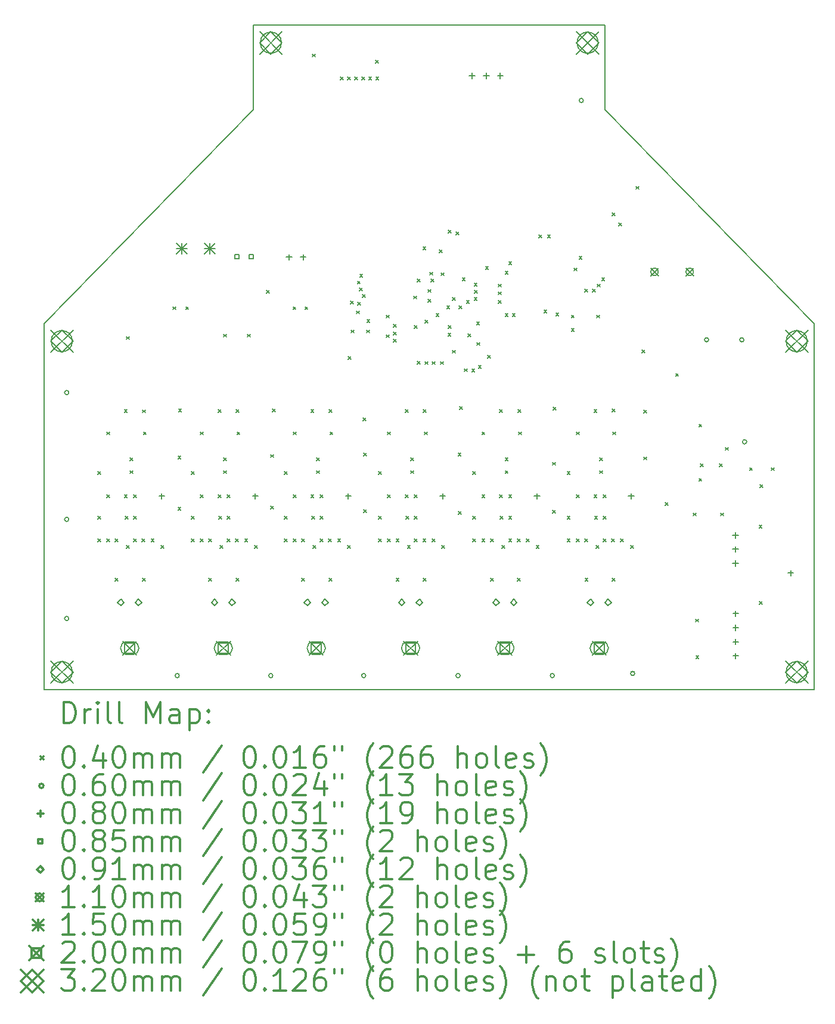
<source format=gbr>
%FSLAX45Y45*%
G04 Gerber Fmt 4.5, Leading zero omitted, Abs format (unit mm)*
G04 Created by KiCad (PCBNEW (5.0.0)) date 12/20/18 18:15:14*
%MOMM*%
%LPD*%
G01*
G04 APERTURE LIST*
%ADD10C,0.200000*%
%ADD11C,0.300000*%
G04 APERTURE END LIST*
D10*
X13530000Y-4910000D02*
G75*
G03X13530000Y-4910000I-150000J0D01*
G01*
X10560000Y-9150000D02*
G75*
G03X10560000Y-9150000I-150000J0D01*
G01*
X10560000Y-13850000D02*
G75*
G03X10560000Y-13850000I-150000J0D01*
G01*
X21000000Y-13850000D02*
G75*
G03X21000000Y-13850000I-150000J0D01*
G01*
X21000000Y-9150000D02*
G75*
G03X21000000Y-9150000I-150000J0D01*
G01*
X18030000Y-4910000D02*
G75*
G03X18030000Y-4910000I-150000J0D01*
G01*
X10160000Y-8900000D02*
X10160000Y-14100000D01*
X13130000Y-5860000D02*
X10160000Y-8900000D01*
X13130000Y-4660000D02*
X13130000Y-5860000D01*
X18130000Y-4660000D02*
X13130000Y-4660000D01*
X18130000Y-5860000D02*
X18130000Y-4660000D01*
X21100000Y-8900000D02*
X18130000Y-5860000D01*
X21100000Y-14100000D02*
X21100000Y-8900000D01*
X10160000Y-14100000D02*
X21100000Y-14100000D01*
D10*
X10920000Y-11000000D02*
X10960000Y-11040000D01*
X10960000Y-11000000D02*
X10920000Y-11040000D01*
X10920000Y-11640000D02*
X10960000Y-11680000D01*
X10960000Y-11640000D02*
X10920000Y-11680000D01*
X10920000Y-11960000D02*
X10960000Y-12000000D01*
X10960000Y-11960000D02*
X10920000Y-12000000D01*
X11050000Y-10440000D02*
X11090000Y-10480000D01*
X11090000Y-10440000D02*
X11050000Y-10480000D01*
X11050000Y-11330000D02*
X11090000Y-11370000D01*
X11090000Y-11330000D02*
X11050000Y-11370000D01*
X11050000Y-11960000D02*
X11090000Y-12000000D01*
X11090000Y-11960000D02*
X11050000Y-12000000D01*
X11170000Y-11960000D02*
X11210000Y-12000000D01*
X11210000Y-11960000D02*
X11170000Y-12000000D01*
X11170000Y-12520000D02*
X11210000Y-12560000D01*
X11210000Y-12520000D02*
X11170000Y-12560000D01*
X11300000Y-10120000D02*
X11340000Y-10160000D01*
X11340000Y-10120000D02*
X11300000Y-10160000D01*
X11300000Y-11330000D02*
X11340000Y-11370000D01*
X11340000Y-11330000D02*
X11300000Y-11370000D01*
X11310000Y-11640000D02*
X11350000Y-11680000D01*
X11350000Y-11640000D02*
X11310000Y-11680000D01*
X11330000Y-9085000D02*
X11370000Y-9125000D01*
X11370000Y-9085000D02*
X11330000Y-9125000D01*
X11330000Y-12050000D02*
X11370000Y-12090000D01*
X11370000Y-12050000D02*
X11330000Y-12090000D01*
X11380000Y-10810000D02*
X11420000Y-10850000D01*
X11420000Y-10810000D02*
X11380000Y-10850000D01*
X11380000Y-10990000D02*
X11420000Y-11030000D01*
X11420000Y-10990000D02*
X11380000Y-11030000D01*
X11430000Y-11330000D02*
X11470000Y-11370000D01*
X11470000Y-11330000D02*
X11430000Y-11370000D01*
X11430000Y-11640000D02*
X11470000Y-11680000D01*
X11470000Y-11640000D02*
X11430000Y-11680000D01*
X11430000Y-11960000D02*
X11470000Y-12000000D01*
X11470000Y-11960000D02*
X11430000Y-12000000D01*
X11550000Y-11960000D02*
X11590000Y-12000000D01*
X11590000Y-11960000D02*
X11550000Y-12000000D01*
X11556000Y-12520000D02*
X11596000Y-12560000D01*
X11596000Y-12520000D02*
X11556000Y-12560000D01*
X11557500Y-10125000D02*
X11597500Y-10165000D01*
X11597500Y-10125000D02*
X11557500Y-10165000D01*
X11570000Y-10440000D02*
X11610000Y-10480000D01*
X11610000Y-10440000D02*
X11570000Y-10480000D01*
X11680000Y-11960000D02*
X11720000Y-12000000D01*
X11720000Y-11960000D02*
X11680000Y-12000000D01*
X11820000Y-12050000D02*
X11860000Y-12090000D01*
X11860000Y-12050000D02*
X11820000Y-12090000D01*
X11990000Y-8660000D02*
X12030000Y-8700000D01*
X12030000Y-8660000D02*
X11990000Y-8700000D01*
X12060000Y-10780000D02*
X12100000Y-10820000D01*
X12100000Y-10780000D02*
X12060000Y-10820000D01*
X12060000Y-11510000D02*
X12100000Y-11550000D01*
X12100000Y-11510000D02*
X12060000Y-11550000D01*
X12070000Y-10110000D02*
X12110000Y-10150000D01*
X12110000Y-10110000D02*
X12070000Y-10150000D01*
X12170000Y-8660000D02*
X12210000Y-8700000D01*
X12210000Y-8660000D02*
X12170000Y-8700000D01*
X12250000Y-11000000D02*
X12290000Y-11040000D01*
X12290000Y-11000000D02*
X12250000Y-11040000D01*
X12250000Y-11640000D02*
X12290000Y-11680000D01*
X12290000Y-11640000D02*
X12250000Y-11680000D01*
X12250000Y-11960000D02*
X12290000Y-12000000D01*
X12290000Y-11960000D02*
X12250000Y-12000000D01*
X12380000Y-10440000D02*
X12420000Y-10480000D01*
X12420000Y-10440000D02*
X12380000Y-10480000D01*
X12380000Y-11330000D02*
X12420000Y-11370000D01*
X12420000Y-11330000D02*
X12380000Y-11370000D01*
X12380000Y-11960000D02*
X12420000Y-12000000D01*
X12420000Y-11960000D02*
X12380000Y-12000000D01*
X12499000Y-12520000D02*
X12539000Y-12560000D01*
X12539000Y-12520000D02*
X12499000Y-12560000D01*
X12500000Y-11960000D02*
X12540000Y-12000000D01*
X12540000Y-11960000D02*
X12500000Y-12000000D01*
X12630000Y-10120000D02*
X12670000Y-10160000D01*
X12670000Y-10120000D02*
X12630000Y-10160000D01*
X12630000Y-11330000D02*
X12670000Y-11370000D01*
X12670000Y-11330000D02*
X12630000Y-11370000D01*
X12640000Y-11640000D02*
X12680000Y-11680000D01*
X12680000Y-11640000D02*
X12640000Y-11680000D01*
X12660000Y-12050000D02*
X12700000Y-12090000D01*
X12700000Y-12050000D02*
X12660000Y-12090000D01*
X12710000Y-9050000D02*
X12750000Y-9090000D01*
X12750000Y-9050000D02*
X12710000Y-9090000D01*
X12710000Y-10810000D02*
X12750000Y-10850000D01*
X12750000Y-10810000D02*
X12710000Y-10850000D01*
X12710000Y-10990000D02*
X12750000Y-11030000D01*
X12750000Y-10990000D02*
X12710000Y-11030000D01*
X12760000Y-11330000D02*
X12800000Y-11370000D01*
X12800000Y-11330000D02*
X12760000Y-11370000D01*
X12760000Y-11640000D02*
X12800000Y-11680000D01*
X12800000Y-11640000D02*
X12760000Y-11680000D01*
X12760000Y-11960000D02*
X12800000Y-12000000D01*
X12800000Y-11960000D02*
X12760000Y-12000000D01*
X12880000Y-11960000D02*
X12920000Y-12000000D01*
X12920000Y-11960000D02*
X12880000Y-12000000D01*
X12885000Y-10122500D02*
X12925000Y-10162500D01*
X12925000Y-10122500D02*
X12885000Y-10162500D01*
X12885000Y-12520000D02*
X12925000Y-12560000D01*
X12925000Y-12520000D02*
X12885000Y-12560000D01*
X12900000Y-10440000D02*
X12940000Y-10480000D01*
X12940000Y-10440000D02*
X12900000Y-10480000D01*
X13010000Y-11960000D02*
X13050000Y-12000000D01*
X13050000Y-11960000D02*
X13010000Y-12000000D01*
X13050000Y-9050000D02*
X13090000Y-9090000D01*
X13090000Y-9050000D02*
X13050000Y-9090000D01*
X13150000Y-12050000D02*
X13190000Y-12090000D01*
X13190000Y-12050000D02*
X13150000Y-12090000D01*
X13320000Y-8430000D02*
X13360000Y-8470000D01*
X13360000Y-8430000D02*
X13320000Y-8470000D01*
X13380000Y-10760000D02*
X13420000Y-10800000D01*
X13420000Y-10760000D02*
X13380000Y-10800000D01*
X13380000Y-11490000D02*
X13420000Y-11530000D01*
X13420000Y-11490000D02*
X13380000Y-11530000D01*
X13400000Y-10110000D02*
X13440000Y-10150000D01*
X13440000Y-10110000D02*
X13400000Y-10150000D01*
X13570000Y-11000000D02*
X13610000Y-11040000D01*
X13610000Y-11000000D02*
X13570000Y-11040000D01*
X13570000Y-11640000D02*
X13610000Y-11680000D01*
X13610000Y-11640000D02*
X13570000Y-11680000D01*
X13570000Y-11960000D02*
X13610000Y-12000000D01*
X13610000Y-11960000D02*
X13570000Y-12000000D01*
X13694999Y-8660860D02*
X13734999Y-8700860D01*
X13734999Y-8660860D02*
X13694999Y-8700860D01*
X13700000Y-10440000D02*
X13740000Y-10480000D01*
X13740000Y-10440000D02*
X13700000Y-10480000D01*
X13700000Y-11330000D02*
X13740000Y-11370000D01*
X13740000Y-11330000D02*
X13700000Y-11370000D01*
X13700000Y-11960000D02*
X13740000Y-12000000D01*
X13740000Y-11960000D02*
X13700000Y-12000000D01*
X13819000Y-12520000D02*
X13859000Y-12560000D01*
X13859000Y-12520000D02*
X13819000Y-12560000D01*
X13820000Y-11960000D02*
X13860000Y-12000000D01*
X13860000Y-11960000D02*
X13820000Y-12000000D01*
X13865001Y-8660860D02*
X13905001Y-8700860D01*
X13905001Y-8660860D02*
X13865001Y-8700860D01*
X13950000Y-10120000D02*
X13990000Y-10160000D01*
X13990000Y-10120000D02*
X13950000Y-10160000D01*
X13950000Y-11330000D02*
X13990000Y-11370000D01*
X13990000Y-11330000D02*
X13950000Y-11370000D01*
X13960000Y-11640000D02*
X14000000Y-11680000D01*
X14000000Y-11640000D02*
X13960000Y-11680000D01*
X13970000Y-5070000D02*
X14010000Y-5110000D01*
X14010000Y-5070000D02*
X13970000Y-5110000D01*
X13980000Y-12050000D02*
X14020000Y-12090000D01*
X14020000Y-12050000D02*
X13980000Y-12090000D01*
X14030000Y-10810000D02*
X14070000Y-10850000D01*
X14070000Y-10810000D02*
X14030000Y-10850000D01*
X14030000Y-10990000D02*
X14070000Y-11030000D01*
X14070000Y-10990000D02*
X14030000Y-11030000D01*
X14080000Y-11330000D02*
X14120000Y-11370000D01*
X14120000Y-11330000D02*
X14080000Y-11370000D01*
X14080000Y-11640000D02*
X14120000Y-11680000D01*
X14120000Y-11640000D02*
X14080000Y-11680000D01*
X14080000Y-11960000D02*
X14120000Y-12000000D01*
X14120000Y-11960000D02*
X14080000Y-12000000D01*
X14200000Y-11960000D02*
X14240000Y-12000000D01*
X14240000Y-11960000D02*
X14200000Y-12000000D01*
X14205000Y-10120000D02*
X14245000Y-10160000D01*
X14245000Y-10120000D02*
X14205000Y-10160000D01*
X14205000Y-12520000D02*
X14245000Y-12560000D01*
X14245000Y-12520000D02*
X14205000Y-12560000D01*
X14220000Y-10440000D02*
X14260000Y-10480000D01*
X14260000Y-10440000D02*
X14220000Y-10480000D01*
X14330000Y-11960000D02*
X14370000Y-12000000D01*
X14370000Y-11960000D02*
X14330000Y-12000000D01*
X14370000Y-5400000D02*
X14410000Y-5440000D01*
X14410000Y-5400000D02*
X14370000Y-5440000D01*
X14470000Y-12050000D02*
X14510000Y-12090000D01*
X14510000Y-12050000D02*
X14470000Y-12090000D01*
X14471425Y-5398893D02*
X14511425Y-5438893D01*
X14511425Y-5398893D02*
X14471425Y-5438893D01*
X14480000Y-9370000D02*
X14520000Y-9410000D01*
X14520000Y-9370000D02*
X14480000Y-9410000D01*
X14510000Y-8580000D02*
X14550000Y-8620000D01*
X14550000Y-8580000D02*
X14510000Y-8620000D01*
X14522498Y-8990948D02*
X14562498Y-9030948D01*
X14562498Y-8990948D02*
X14522498Y-9030948D01*
X14571426Y-5398870D02*
X14611426Y-5438870D01*
X14611426Y-5398870D02*
X14571426Y-5438870D01*
X14594999Y-8720000D02*
X14634999Y-8760000D01*
X14634999Y-8720000D02*
X14594999Y-8760000D01*
X14610357Y-8297019D02*
X14650357Y-8337019D01*
X14650357Y-8297019D02*
X14610357Y-8337019D01*
X14616110Y-8597625D02*
X14656110Y-8637625D01*
X14656110Y-8597625D02*
X14616110Y-8637625D01*
X14640052Y-8392509D02*
X14680052Y-8432509D01*
X14680052Y-8392509D02*
X14640052Y-8432509D01*
X14643015Y-8202501D02*
X14683015Y-8242501D01*
X14683015Y-8202501D02*
X14643015Y-8242501D01*
X14671421Y-5400011D02*
X14711421Y-5440011D01*
X14711421Y-5400011D02*
X14671421Y-5440011D01*
X14679381Y-8484452D02*
X14719381Y-8524452D01*
X14719381Y-8484452D02*
X14679381Y-8524452D01*
X14690000Y-10240000D02*
X14730000Y-10280000D01*
X14730000Y-10240000D02*
X14690000Y-10280000D01*
X14700000Y-10740000D02*
X14740000Y-10780000D01*
X14740000Y-10740000D02*
X14700000Y-10780000D01*
X14700000Y-11542500D02*
X14740000Y-11582500D01*
X14740000Y-11542500D02*
X14700000Y-11582500D01*
X14739999Y-8990000D02*
X14779999Y-9030000D01*
X14779999Y-8990000D02*
X14739999Y-9030000D01*
X14745000Y-8842500D02*
X14785000Y-8882500D01*
X14785000Y-8842500D02*
X14745000Y-8882500D01*
X14771414Y-5398732D02*
X14811414Y-5438732D01*
X14811414Y-5398732D02*
X14771414Y-5438732D01*
X14870000Y-5160000D02*
X14910000Y-5200000D01*
X14910000Y-5160000D02*
X14870000Y-5200000D01*
X14871425Y-5398893D02*
X14911425Y-5438893D01*
X14911425Y-5398893D02*
X14871425Y-5438893D01*
X14910000Y-11000000D02*
X14950000Y-11040000D01*
X14950000Y-11000000D02*
X14910000Y-11040000D01*
X14910000Y-11640000D02*
X14950000Y-11680000D01*
X14950000Y-11640000D02*
X14910000Y-11680000D01*
X14910000Y-11960000D02*
X14950000Y-12000000D01*
X14950000Y-11960000D02*
X14910000Y-12000000D01*
X15020000Y-8780000D02*
X15060000Y-8820000D01*
X15060000Y-8780000D02*
X15020000Y-8820000D01*
X15020025Y-9057723D02*
X15060025Y-9097723D01*
X15060025Y-9057723D02*
X15020025Y-9097723D01*
X15040000Y-10440000D02*
X15080000Y-10480000D01*
X15080000Y-10440000D02*
X15040000Y-10480000D01*
X15040000Y-11330000D02*
X15080000Y-11370000D01*
X15080000Y-11330000D02*
X15040000Y-11370000D01*
X15040000Y-11960000D02*
X15080000Y-12000000D01*
X15080000Y-11960000D02*
X15040000Y-12000000D01*
X15120000Y-9020000D02*
X15160000Y-9060000D01*
X15160000Y-9020000D02*
X15120000Y-9060000D01*
X15120000Y-9120001D02*
X15160000Y-9160001D01*
X15160000Y-9120001D02*
X15120000Y-9160001D01*
X15123734Y-8913734D02*
X15163734Y-8953734D01*
X15163734Y-8913734D02*
X15123734Y-8953734D01*
X15159000Y-12520000D02*
X15199000Y-12560000D01*
X15199000Y-12520000D02*
X15159000Y-12560000D01*
X15160000Y-11960000D02*
X15200000Y-12000000D01*
X15200000Y-11960000D02*
X15160000Y-12000000D01*
X15290000Y-10120000D02*
X15330000Y-10160000D01*
X15330000Y-10120000D02*
X15290000Y-10160000D01*
X15290000Y-11330000D02*
X15330000Y-11370000D01*
X15330000Y-11330000D02*
X15290000Y-11370000D01*
X15300000Y-11640000D02*
X15340000Y-11680000D01*
X15340000Y-11640000D02*
X15300000Y-11680000D01*
X15320000Y-12050000D02*
X15360000Y-12090000D01*
X15360000Y-12050000D02*
X15320000Y-12090000D01*
X15370000Y-10810000D02*
X15410000Y-10850000D01*
X15410000Y-10810000D02*
X15370000Y-10850000D01*
X15370000Y-10990000D02*
X15410000Y-11030000D01*
X15410000Y-10990000D02*
X15370000Y-11030000D01*
X15407499Y-8509590D02*
X15447499Y-8549590D01*
X15447499Y-8509590D02*
X15407499Y-8549590D01*
X15420000Y-8927501D02*
X15460000Y-8967501D01*
X15460000Y-8927501D02*
X15420000Y-8967501D01*
X15420000Y-11330000D02*
X15460000Y-11370000D01*
X15460000Y-11330000D02*
X15420000Y-11370000D01*
X15420000Y-11640000D02*
X15460000Y-11680000D01*
X15460000Y-11640000D02*
X15420000Y-11680000D01*
X15420000Y-11960000D02*
X15460000Y-12000000D01*
X15460000Y-11960000D02*
X15420000Y-12000000D01*
X15460000Y-8270000D02*
X15500000Y-8310000D01*
X15500000Y-8270000D02*
X15460000Y-8310000D01*
X15462500Y-9437500D02*
X15502500Y-9477500D01*
X15502500Y-9437500D02*
X15462500Y-9477500D01*
X15540000Y-7809999D02*
X15580000Y-7849999D01*
X15580000Y-7809999D02*
X15540000Y-7849999D01*
X15540000Y-11960000D02*
X15580000Y-12000000D01*
X15580000Y-11960000D02*
X15540000Y-12000000D01*
X15545000Y-12520000D02*
X15585000Y-12560000D01*
X15585000Y-12520000D02*
X15545000Y-12560000D01*
X15547500Y-10120000D02*
X15587500Y-10160000D01*
X15587500Y-10120000D02*
X15547500Y-10160000D01*
X15560000Y-10440000D02*
X15600000Y-10480000D01*
X15600000Y-10440000D02*
X15560000Y-10480000D01*
X15570000Y-9440000D02*
X15610000Y-9480000D01*
X15610000Y-9440000D02*
X15570000Y-9480000D01*
X15570000Y-8852496D02*
X15610000Y-8892496D01*
X15610000Y-8852496D02*
X15570000Y-8892496D01*
X15612501Y-8415589D02*
X15652501Y-8455589D01*
X15652501Y-8415589D02*
X15612501Y-8455589D01*
X15612501Y-8552374D02*
X15652501Y-8592374D01*
X15652501Y-8552374D02*
X15612501Y-8592374D01*
X15639808Y-8168977D02*
X15679808Y-8208977D01*
X15679808Y-8168977D02*
X15639808Y-8208977D01*
X15656944Y-8267499D02*
X15696944Y-8307499D01*
X15696944Y-8267499D02*
X15656944Y-8307499D01*
X15670000Y-9440000D02*
X15710000Y-9480000D01*
X15710000Y-9440000D02*
X15670000Y-9480000D01*
X15670000Y-11960000D02*
X15710000Y-12000000D01*
X15710000Y-11960000D02*
X15670000Y-12000000D01*
X15726443Y-8756443D02*
X15766443Y-8796443D01*
X15766443Y-8756443D02*
X15726443Y-8796443D01*
X15772360Y-7851736D02*
X15812360Y-7891736D01*
X15812360Y-7851736D02*
X15772360Y-7891736D01*
X15790000Y-9440000D02*
X15830000Y-9480000D01*
X15830000Y-9440000D02*
X15790000Y-9480000D01*
X15802006Y-8177499D02*
X15842006Y-8217499D01*
X15842006Y-8177499D02*
X15802006Y-8217499D01*
X15810000Y-12050000D02*
X15850000Y-12090000D01*
X15850000Y-12050000D02*
X15810000Y-12090000D01*
X15880000Y-8650000D02*
X15920000Y-8690000D01*
X15920000Y-8650000D02*
X15880000Y-8690000D01*
X15895393Y-9035016D02*
X15935393Y-9075016D01*
X15935393Y-9035016D02*
X15895393Y-9075016D01*
X15897904Y-8930004D02*
X15937904Y-8970004D01*
X15937904Y-8930004D02*
X15897904Y-8970004D01*
X15900000Y-7570000D02*
X15940000Y-7610000D01*
X15940000Y-7570000D02*
X15900000Y-7610000D01*
X15960000Y-8530000D02*
X16000000Y-8570000D01*
X16000000Y-8530000D02*
X15960000Y-8570000D01*
X15960000Y-9280000D02*
X16000000Y-9320000D01*
X16000000Y-9280000D02*
X15960000Y-9320000D01*
X16010000Y-7600000D02*
X16050000Y-7640000D01*
X16050000Y-7600000D02*
X16010000Y-7640000D01*
X16040000Y-10740000D02*
X16080000Y-10780000D01*
X16080000Y-10740000D02*
X16040000Y-10780000D01*
X16042500Y-11570000D02*
X16082500Y-11610000D01*
X16082500Y-11570000D02*
X16042500Y-11610000D01*
X16050000Y-8650000D02*
X16090000Y-8690000D01*
X16090000Y-8650000D02*
X16050000Y-8690000D01*
X16060000Y-10080000D02*
X16100000Y-10120000D01*
X16100000Y-10080000D02*
X16060000Y-10120000D01*
X16100000Y-8250000D02*
X16140000Y-8290000D01*
X16140000Y-8250000D02*
X16100000Y-8290000D01*
X16129748Y-9542501D02*
X16169748Y-9582501D01*
X16169748Y-9542501D02*
X16129748Y-9582501D01*
X16160000Y-8570000D02*
X16200000Y-8610000D01*
X16200000Y-8570000D02*
X16160000Y-8610000D01*
X16180585Y-9045851D02*
X16220585Y-9085851D01*
X16220585Y-9045851D02*
X16180585Y-9085851D01*
X16235000Y-9545000D02*
X16275000Y-9585000D01*
X16275000Y-9545000D02*
X16235000Y-9585000D01*
X16250000Y-11000000D02*
X16290000Y-11040000D01*
X16290000Y-11000000D02*
X16250000Y-11040000D01*
X16250000Y-11640000D02*
X16290000Y-11680000D01*
X16290000Y-11640000D02*
X16250000Y-11680000D01*
X16250000Y-11960000D02*
X16290000Y-12000000D01*
X16290000Y-11960000D02*
X16250000Y-12000000D01*
X16269908Y-8527490D02*
X16309908Y-8567490D01*
X16309908Y-8527490D02*
X16269908Y-8567490D01*
X16270000Y-8327501D02*
X16310000Y-8367501D01*
X16310000Y-8327501D02*
X16270000Y-8367501D01*
X16271135Y-8427496D02*
X16311135Y-8467496D01*
X16311135Y-8427496D02*
X16271135Y-8467496D01*
X16303565Y-8875006D02*
X16343565Y-8915006D01*
X16343565Y-8875006D02*
X16303565Y-8915006D01*
X16310000Y-9170000D02*
X16350000Y-9210000D01*
X16350000Y-9170000D02*
X16310000Y-9210000D01*
X16328961Y-9495000D02*
X16368961Y-9535000D01*
X16368961Y-9495000D02*
X16328961Y-9535000D01*
X16380000Y-10440000D02*
X16420000Y-10480000D01*
X16420000Y-10440000D02*
X16380000Y-10480000D01*
X16380000Y-11330000D02*
X16420000Y-11370000D01*
X16420000Y-11330000D02*
X16380000Y-11370000D01*
X16380000Y-11960000D02*
X16420000Y-12000000D01*
X16420000Y-11960000D02*
X16380000Y-12000000D01*
X16430000Y-8087499D02*
X16470000Y-8127499D01*
X16470000Y-8087499D02*
X16430000Y-8127499D01*
X16460000Y-9352498D02*
X16500000Y-9392498D01*
X16500000Y-9352498D02*
X16460000Y-9392498D01*
X16499000Y-12520000D02*
X16539000Y-12560000D01*
X16539000Y-12520000D02*
X16499000Y-12560000D01*
X16499000Y-12520000D02*
X16539000Y-12560000D01*
X16539000Y-12520000D02*
X16499000Y-12560000D01*
X16500000Y-11960000D02*
X16540000Y-12000000D01*
X16540000Y-11960000D02*
X16500000Y-12000000D01*
X16610000Y-8340000D02*
X16650000Y-8380000D01*
X16650000Y-8340000D02*
X16610000Y-8380000D01*
X16610000Y-8450000D02*
X16650000Y-8490000D01*
X16650000Y-8450000D02*
X16610000Y-8490000D01*
X16610000Y-8570000D02*
X16650000Y-8610000D01*
X16650000Y-8570000D02*
X16610000Y-8610000D01*
X16630000Y-10120000D02*
X16670000Y-10160000D01*
X16670000Y-10120000D02*
X16630000Y-10160000D01*
X16630000Y-11330000D02*
X16670000Y-11370000D01*
X16670000Y-11330000D02*
X16630000Y-11370000D01*
X16640000Y-11640000D02*
X16680000Y-11680000D01*
X16680000Y-11640000D02*
X16640000Y-11680000D01*
X16660000Y-12050000D02*
X16700000Y-12090000D01*
X16700000Y-12050000D02*
X16660000Y-12090000D01*
X16710000Y-8160000D02*
X16750000Y-8200000D01*
X16750000Y-8160000D02*
X16710000Y-8200000D01*
X16710000Y-8760000D02*
X16750000Y-8800000D01*
X16750000Y-8760000D02*
X16710000Y-8800000D01*
X16710000Y-10810000D02*
X16750000Y-10850000D01*
X16750000Y-10810000D02*
X16710000Y-10850000D01*
X16710000Y-10990000D02*
X16750000Y-11030000D01*
X16750000Y-10990000D02*
X16710000Y-11030000D01*
X16760000Y-8020000D02*
X16800000Y-8060000D01*
X16800000Y-8020000D02*
X16760000Y-8060000D01*
X16760000Y-11330000D02*
X16800000Y-11370000D01*
X16800000Y-11330000D02*
X16760000Y-11370000D01*
X16760000Y-11640000D02*
X16800000Y-11680000D01*
X16800000Y-11640000D02*
X16760000Y-11680000D01*
X16760000Y-11960000D02*
X16800000Y-12000000D01*
X16800000Y-11960000D02*
X16760000Y-12000000D01*
X16810001Y-8760000D02*
X16850001Y-8800000D01*
X16850001Y-8760000D02*
X16810001Y-8800000D01*
X16880000Y-11960000D02*
X16920000Y-12000000D01*
X16920000Y-11960000D02*
X16880000Y-12000000D01*
X16885000Y-12520000D02*
X16925000Y-12560000D01*
X16925000Y-12520000D02*
X16885000Y-12560000D01*
X16885000Y-12520000D02*
X16925000Y-12560000D01*
X16925000Y-12520000D02*
X16885000Y-12560000D01*
X16892500Y-10122500D02*
X16932500Y-10162500D01*
X16932500Y-10122500D02*
X16892500Y-10162500D01*
X16900000Y-10440000D02*
X16940000Y-10480000D01*
X16940000Y-10440000D02*
X16900000Y-10480000D01*
X17010000Y-11960000D02*
X17050000Y-12000000D01*
X17050000Y-11960000D02*
X17010000Y-12000000D01*
X17150000Y-12050000D02*
X17190000Y-12090000D01*
X17190000Y-12050000D02*
X17150000Y-12090000D01*
X17190000Y-7642503D02*
X17230000Y-7682503D01*
X17230000Y-7642503D02*
X17190000Y-7682503D01*
X17260000Y-8710000D02*
X17300000Y-8750000D01*
X17300000Y-8710000D02*
X17260000Y-8750000D01*
X17310000Y-7642503D02*
X17350000Y-7682503D01*
X17350000Y-7642503D02*
X17310000Y-7682503D01*
X17380000Y-10870000D02*
X17420000Y-10910000D01*
X17420000Y-10870000D02*
X17380000Y-10910000D01*
X17380000Y-11550000D02*
X17420000Y-11590000D01*
X17420000Y-11550000D02*
X17380000Y-11590000D01*
X17390000Y-10090000D02*
X17430000Y-10130000D01*
X17430000Y-10090000D02*
X17390000Y-10130000D01*
X17430000Y-8750000D02*
X17470000Y-8790000D01*
X17470000Y-8750000D02*
X17430000Y-8790000D01*
X17590000Y-11000000D02*
X17630000Y-11040000D01*
X17630000Y-11000000D02*
X17590000Y-11040000D01*
X17590000Y-11640000D02*
X17630000Y-11680000D01*
X17630000Y-11640000D02*
X17590000Y-11680000D01*
X17590000Y-11960000D02*
X17630000Y-12000000D01*
X17630000Y-11960000D02*
X17590000Y-12000000D01*
X17650000Y-8972502D02*
X17690000Y-9012502D01*
X17690000Y-8972502D02*
X17650000Y-9012502D01*
X17650000Y-8780000D02*
X17690000Y-8820000D01*
X17690000Y-8780000D02*
X17650000Y-8820000D01*
X17687499Y-8110000D02*
X17727499Y-8150000D01*
X17727499Y-8110000D02*
X17687499Y-8150000D01*
X17720000Y-10440000D02*
X17760000Y-10480000D01*
X17760000Y-10440000D02*
X17720000Y-10480000D01*
X17720000Y-11330000D02*
X17760000Y-11370000D01*
X17760000Y-11330000D02*
X17720000Y-11370000D01*
X17720000Y-11960000D02*
X17760000Y-12000000D01*
X17760000Y-11960000D02*
X17720000Y-12000000D01*
X17759255Y-7942499D02*
X17799255Y-7982499D01*
X17799255Y-7942499D02*
X17759255Y-7982499D01*
X17840000Y-8412501D02*
X17880000Y-8452501D01*
X17880000Y-8412501D02*
X17840000Y-8452501D01*
X17840000Y-11960000D02*
X17880000Y-12000000D01*
X17880000Y-11960000D02*
X17840000Y-12000000D01*
X17844000Y-12520000D02*
X17884000Y-12560000D01*
X17884000Y-12520000D02*
X17844000Y-12560000D01*
X17950000Y-8412501D02*
X17990000Y-8452501D01*
X17990000Y-8412501D02*
X17950000Y-8452501D01*
X17970000Y-10120000D02*
X18010000Y-10160000D01*
X18010000Y-10120000D02*
X17970000Y-10160000D01*
X17970000Y-11330000D02*
X18010000Y-11370000D01*
X18010000Y-11330000D02*
X17970000Y-11370000D01*
X17980000Y-11640000D02*
X18020000Y-11680000D01*
X18020000Y-11640000D02*
X17980000Y-11680000D01*
X18000000Y-12050000D02*
X18040000Y-12090000D01*
X18040000Y-12050000D02*
X18000000Y-12090000D01*
X18010000Y-8780000D02*
X18050000Y-8820000D01*
X18050000Y-8780000D02*
X18010000Y-8820000D01*
X18020000Y-8340000D02*
X18060000Y-8380000D01*
X18060000Y-8340000D02*
X18020000Y-8380000D01*
X18050000Y-10810000D02*
X18090000Y-10850000D01*
X18090000Y-10810000D02*
X18050000Y-10850000D01*
X18050000Y-10990000D02*
X18090000Y-11030000D01*
X18090000Y-10990000D02*
X18050000Y-11030000D01*
X18080000Y-8250000D02*
X18120000Y-8290000D01*
X18120000Y-8250000D02*
X18080000Y-8290000D01*
X18100000Y-11330000D02*
X18140000Y-11370000D01*
X18140000Y-11330000D02*
X18100000Y-11370000D01*
X18100000Y-11640000D02*
X18140000Y-11680000D01*
X18140000Y-11640000D02*
X18100000Y-11680000D01*
X18100000Y-11960000D02*
X18140000Y-12000000D01*
X18140000Y-11960000D02*
X18100000Y-12000000D01*
X18220000Y-11960000D02*
X18260000Y-12000000D01*
X18260000Y-11960000D02*
X18220000Y-12000000D01*
X18230000Y-10112500D02*
X18270000Y-10152500D01*
X18270000Y-10112500D02*
X18230000Y-10152500D01*
X18230000Y-12520000D02*
X18270000Y-12560000D01*
X18270000Y-12520000D02*
X18230000Y-12560000D01*
X18230000Y-7330000D02*
X18270000Y-7370000D01*
X18270000Y-7330000D02*
X18230000Y-7370000D01*
X18240000Y-10440000D02*
X18280000Y-10480000D01*
X18280000Y-10440000D02*
X18240000Y-10480000D01*
X18323734Y-7473734D02*
X18363734Y-7513734D01*
X18363734Y-7473734D02*
X18323734Y-7513734D01*
X18350000Y-11960000D02*
X18390000Y-12000000D01*
X18390000Y-11960000D02*
X18350000Y-12000000D01*
X18490000Y-12050000D02*
X18530000Y-12090000D01*
X18530000Y-12050000D02*
X18490000Y-12090000D01*
X18570000Y-6950000D02*
X18610000Y-6990000D01*
X18610000Y-6950000D02*
X18570000Y-6990000D01*
X18650000Y-9277499D02*
X18690000Y-9317499D01*
X18690000Y-9277499D02*
X18650000Y-9317499D01*
X18677500Y-10130006D02*
X18717500Y-10170006D01*
X18717500Y-10130006D02*
X18677500Y-10170006D01*
X18680000Y-10795000D02*
X18720000Y-10835000D01*
X18720000Y-10795000D02*
X18680000Y-10835000D01*
X18980000Y-11445000D02*
X19020000Y-11485000D01*
X19020000Y-11445000D02*
X18980000Y-11485000D01*
X19130000Y-9610000D02*
X19170000Y-9650000D01*
X19170000Y-9610000D02*
X19130000Y-9650000D01*
X19380000Y-11590000D02*
X19420000Y-11630000D01*
X19420000Y-11590000D02*
X19380000Y-11630000D01*
X19415000Y-13097500D02*
X19455000Y-13137500D01*
X19455000Y-13097500D02*
X19415000Y-13137500D01*
X19417500Y-13617500D02*
X19457500Y-13657500D01*
X19457500Y-13617500D02*
X19417500Y-13657500D01*
X19460000Y-10330000D02*
X19500000Y-10370000D01*
X19500000Y-10330000D02*
X19460000Y-10370000D01*
X19460000Y-11100000D02*
X19500000Y-11140000D01*
X19500000Y-11100000D02*
X19460000Y-11140000D01*
X19480000Y-10890000D02*
X19520000Y-10930000D01*
X19520000Y-10890000D02*
X19480000Y-10930000D01*
X19750000Y-10890000D02*
X19790000Y-10930000D01*
X19790000Y-10890000D02*
X19750000Y-10930000D01*
X19770000Y-11590000D02*
X19810000Y-11630000D01*
X19810000Y-11590000D02*
X19770000Y-11630000D01*
X19840000Y-10660000D02*
X19880000Y-10700000D01*
X19880000Y-10660000D02*
X19840000Y-10700000D01*
X20180000Y-10947500D02*
X20220000Y-10987500D01*
X20220000Y-10947500D02*
X20180000Y-10987500D01*
X20315000Y-11765000D02*
X20355000Y-11805000D01*
X20355000Y-11765000D02*
X20315000Y-11805000D01*
X20317500Y-12850000D02*
X20357500Y-12890000D01*
X20357500Y-12850000D02*
X20317500Y-12890000D01*
X20330000Y-11190000D02*
X20370000Y-11230000D01*
X20370000Y-11190000D02*
X20330000Y-11230000D01*
X20492500Y-10947500D02*
X20532500Y-10987500D01*
X20532500Y-10947500D02*
X20492500Y-10987500D01*
X10510000Y-9880000D02*
G75*
G03X10510000Y-9880000I-30000J0D01*
G01*
X10510000Y-11680000D02*
G75*
G03X10510000Y-11680000I-30000J0D01*
G01*
X10510000Y-13090000D02*
G75*
G03X10510000Y-13090000I-30000J0D01*
G01*
X12080000Y-13900000D02*
G75*
G03X12080000Y-13900000I-30000J0D01*
G01*
X13409000Y-13900000D02*
G75*
G03X13409000Y-13900000I-30000J0D01*
G01*
X14729000Y-13900000D02*
G75*
G03X14729000Y-13900000I-30000J0D01*
G01*
X16069000Y-13900000D02*
G75*
G03X16069000Y-13900000I-30000J0D01*
G01*
X17409000Y-13900000D02*
G75*
G03X17409000Y-13900000I-30000J0D01*
G01*
X17820000Y-5730000D02*
G75*
G03X17820000Y-5730000I-30000J0D01*
G01*
X18550000Y-13870000D02*
G75*
G03X18550000Y-13870000I-30000J0D01*
G01*
X20140000Y-10580000D02*
G75*
G03X20140000Y-10580000I-30000J0D01*
G01*
X19600000Y-9130000D02*
G75*
G03X19600000Y-9130000I-30000J0D01*
G01*
X20100000Y-9130000D02*
G75*
G03X20100000Y-9130000I-30000J0D01*
G01*
X11830000Y-11310000D02*
X11830000Y-11390000D01*
X11790000Y-11350000D02*
X11870000Y-11350000D01*
X13160000Y-11310000D02*
X13160000Y-11390000D01*
X13120000Y-11350000D02*
X13200000Y-11350000D01*
X14480000Y-11310000D02*
X14480000Y-11390000D01*
X14440000Y-11350000D02*
X14520000Y-11350000D01*
X15820000Y-11310000D02*
X15820000Y-11390000D01*
X15780000Y-11350000D02*
X15860000Y-11350000D01*
X17160000Y-11310000D02*
X17160000Y-11390000D01*
X17120000Y-11350000D02*
X17200000Y-11350000D01*
X18500000Y-11310000D02*
X18500000Y-11390000D01*
X18460000Y-11350000D02*
X18540000Y-11350000D01*
X20765000Y-12402500D02*
X20765000Y-12482500D01*
X20725000Y-12442500D02*
X20805000Y-12442500D01*
X19982500Y-12980000D02*
X19982500Y-13060000D01*
X19942500Y-13020000D02*
X20022500Y-13020000D01*
X19982500Y-13180000D02*
X19982500Y-13260000D01*
X19942500Y-13220000D02*
X20022500Y-13220000D01*
X19982500Y-13380000D02*
X19982500Y-13460000D01*
X19942500Y-13420000D02*
X20022500Y-13420000D01*
X19982500Y-13580000D02*
X19982500Y-13660000D01*
X19942500Y-13620000D02*
X20022500Y-13620000D01*
X13640000Y-7915000D02*
X13640000Y-7995000D01*
X13600000Y-7955000D02*
X13680000Y-7955000D01*
X13840000Y-7915000D02*
X13840000Y-7995000D01*
X13800000Y-7955000D02*
X13880000Y-7955000D01*
X19980000Y-11865000D02*
X19980000Y-11945000D01*
X19940000Y-11905000D02*
X20020000Y-11905000D01*
X19980000Y-12065000D02*
X19980000Y-12145000D01*
X19940000Y-12105000D02*
X20020000Y-12105000D01*
X19980000Y-12265000D02*
X19980000Y-12345000D01*
X19940000Y-12305000D02*
X20020000Y-12305000D01*
X16240000Y-5340000D02*
X16240000Y-5420000D01*
X16200000Y-5380000D02*
X16280000Y-5380000D01*
X16440000Y-5340000D02*
X16440000Y-5420000D01*
X16400000Y-5380000D02*
X16480000Y-5380000D01*
X16640000Y-5340000D02*
X16640000Y-5420000D01*
X16600000Y-5380000D02*
X16680000Y-5380000D01*
X12930052Y-7980052D02*
X12930052Y-7919948D01*
X12869948Y-7919948D01*
X12869948Y-7980052D01*
X12930052Y-7980052D01*
X13130052Y-7980052D02*
X13130052Y-7919948D01*
X13069948Y-7919948D01*
X13069948Y-7980052D01*
X13130052Y-7980052D01*
X11250000Y-12905500D02*
X11295500Y-12860000D01*
X11250000Y-12814500D01*
X11204500Y-12860000D01*
X11250000Y-12905500D01*
X11500000Y-12905500D02*
X11545500Y-12860000D01*
X11500000Y-12814500D01*
X11454500Y-12860000D01*
X11500000Y-12905500D01*
X15240000Y-12905500D02*
X15285500Y-12860000D01*
X15240000Y-12814500D01*
X15194500Y-12860000D01*
X15240000Y-12905500D01*
X15490000Y-12905500D02*
X15535500Y-12860000D01*
X15490000Y-12814500D01*
X15444500Y-12860000D01*
X15490000Y-12905500D01*
X17920000Y-12905500D02*
X17965500Y-12860000D01*
X17920000Y-12814500D01*
X17874500Y-12860000D01*
X17920000Y-12905500D01*
X18170000Y-12905500D02*
X18215500Y-12860000D01*
X18170000Y-12814500D01*
X18124500Y-12860000D01*
X18170000Y-12905500D01*
X13900000Y-12905500D02*
X13945500Y-12860000D01*
X13900000Y-12814500D01*
X13854500Y-12860000D01*
X13900000Y-12905500D01*
X14150000Y-12905500D02*
X14195500Y-12860000D01*
X14150000Y-12814500D01*
X14104500Y-12860000D01*
X14150000Y-12905500D01*
X16580000Y-12905500D02*
X16625500Y-12860000D01*
X16580000Y-12814500D01*
X16534500Y-12860000D01*
X16580000Y-12905500D01*
X16830000Y-12905500D02*
X16875500Y-12860000D01*
X16830000Y-12814500D01*
X16784500Y-12860000D01*
X16830000Y-12905500D01*
X12580000Y-12905500D02*
X12625500Y-12860000D01*
X12580000Y-12814500D01*
X12534500Y-12860000D01*
X12580000Y-12905500D01*
X12830000Y-12905500D02*
X12875500Y-12860000D01*
X12830000Y-12814500D01*
X12784500Y-12860000D01*
X12830000Y-12905500D01*
X18775000Y-8110000D02*
X18885000Y-8220000D01*
X18885000Y-8110000D02*
X18775000Y-8220000D01*
X18885000Y-8165000D02*
G75*
G03X18885000Y-8165000I-55000J0D01*
G01*
X19275000Y-8110000D02*
X19385000Y-8220000D01*
X19385000Y-8110000D02*
X19275000Y-8220000D01*
X19385000Y-8165000D02*
G75*
G03X19385000Y-8165000I-55000J0D01*
G01*
X12040000Y-7760000D02*
X12190000Y-7910000D01*
X12190000Y-7760000D02*
X12040000Y-7910000D01*
X12115000Y-7760000D02*
X12115000Y-7910000D01*
X12040000Y-7835000D02*
X12190000Y-7835000D01*
X12440000Y-7760000D02*
X12590000Y-7910000D01*
X12590000Y-7760000D02*
X12440000Y-7910000D01*
X12515000Y-7760000D02*
X12515000Y-7910000D01*
X12440000Y-7835000D02*
X12590000Y-7835000D01*
X15265000Y-13410000D02*
X15465000Y-13610000D01*
X15465000Y-13410000D02*
X15265000Y-13610000D01*
X15435711Y-13580711D02*
X15435711Y-13439289D01*
X15294289Y-13439289D01*
X15294289Y-13580711D01*
X15435711Y-13580711D01*
X15405500Y-13420000D02*
X15324500Y-13420000D01*
X15405500Y-13600000D02*
X15324500Y-13600000D01*
X15324500Y-13420000D02*
G75*
G03X15324500Y-13600000I0J-90000D01*
G01*
X15405500Y-13600000D02*
G75*
G03X15405500Y-13420000I0J90000D01*
G01*
X17945000Y-13410000D02*
X18145000Y-13610000D01*
X18145000Y-13410000D02*
X17945000Y-13610000D01*
X18115711Y-13580711D02*
X18115711Y-13439289D01*
X17974289Y-13439289D01*
X17974289Y-13580711D01*
X18115711Y-13580711D01*
X18085500Y-13420000D02*
X18004500Y-13420000D01*
X18085500Y-13600000D02*
X18004500Y-13600000D01*
X18004500Y-13420000D02*
G75*
G03X18004500Y-13600000I0J-90000D01*
G01*
X18085500Y-13600000D02*
G75*
G03X18085500Y-13420000I0J90000D01*
G01*
X13925000Y-13410000D02*
X14125000Y-13610000D01*
X14125000Y-13410000D02*
X13925000Y-13610000D01*
X14095711Y-13580711D02*
X14095711Y-13439289D01*
X13954289Y-13439289D01*
X13954289Y-13580711D01*
X14095711Y-13580711D01*
X14065500Y-13420000D02*
X13984500Y-13420000D01*
X14065500Y-13600000D02*
X13984500Y-13600000D01*
X13984500Y-13420000D02*
G75*
G03X13984500Y-13600000I0J-90000D01*
G01*
X14065500Y-13600000D02*
G75*
G03X14065500Y-13420000I0J90000D01*
G01*
X16605000Y-13410000D02*
X16805000Y-13610000D01*
X16805000Y-13410000D02*
X16605000Y-13610000D01*
X16775711Y-13580711D02*
X16775711Y-13439289D01*
X16634289Y-13439289D01*
X16634289Y-13580711D01*
X16775711Y-13580711D01*
X16745500Y-13420000D02*
X16664500Y-13420000D01*
X16745500Y-13600000D02*
X16664500Y-13600000D01*
X16664500Y-13420000D02*
G75*
G03X16664500Y-13600000I0J-90000D01*
G01*
X16745500Y-13600000D02*
G75*
G03X16745500Y-13420000I0J90000D01*
G01*
X12605000Y-13410000D02*
X12805000Y-13610000D01*
X12805000Y-13410000D02*
X12605000Y-13610000D01*
X12775711Y-13580711D02*
X12775711Y-13439289D01*
X12634289Y-13439289D01*
X12634289Y-13580711D01*
X12775711Y-13580711D01*
X12745500Y-13420000D02*
X12664500Y-13420000D01*
X12745500Y-13600000D02*
X12664500Y-13600000D01*
X12664500Y-13420000D02*
G75*
G03X12664500Y-13600000I0J-90000D01*
G01*
X12745500Y-13600000D02*
G75*
G03X12745500Y-13420000I0J90000D01*
G01*
X11275000Y-13410000D02*
X11475000Y-13610000D01*
X11475000Y-13410000D02*
X11275000Y-13610000D01*
X11445711Y-13580711D02*
X11445711Y-13439289D01*
X11304289Y-13439289D01*
X11304289Y-13580711D01*
X11445711Y-13580711D01*
X11415500Y-13420000D02*
X11334500Y-13420000D01*
X11415500Y-13600000D02*
X11334500Y-13600000D01*
X11334500Y-13420000D02*
G75*
G03X11334500Y-13600000I0J-90000D01*
G01*
X11415500Y-13600000D02*
G75*
G03X11415500Y-13420000I0J90000D01*
G01*
X20690000Y-8990000D02*
X21010000Y-9310000D01*
X21010000Y-8990000D02*
X20690000Y-9310000D01*
X20850000Y-9310000D02*
X21010000Y-9150000D01*
X20850000Y-8990000D01*
X20690000Y-9150000D01*
X20850000Y-9310000D01*
X17720000Y-4750000D02*
X18040000Y-5070000D01*
X18040000Y-4750000D02*
X17720000Y-5070000D01*
X17880000Y-5070000D02*
X18040000Y-4910000D01*
X17880000Y-4750000D01*
X17720000Y-4910000D01*
X17880000Y-5070000D01*
X20690000Y-13690000D02*
X21010000Y-14010000D01*
X21010000Y-13690000D02*
X20690000Y-14010000D01*
X20850000Y-14010000D02*
X21010000Y-13850000D01*
X20850000Y-13690000D01*
X20690000Y-13850000D01*
X20850000Y-14010000D01*
X13220000Y-4750000D02*
X13540000Y-5070000D01*
X13540000Y-4750000D02*
X13220000Y-5070000D01*
X13380000Y-5070000D02*
X13540000Y-4910000D01*
X13380000Y-4750000D01*
X13220000Y-4910000D01*
X13380000Y-5070000D01*
X10250000Y-13690000D02*
X10570000Y-14010000D01*
X10570000Y-13690000D02*
X10250000Y-14010000D01*
X10410000Y-14010000D02*
X10570000Y-13850000D01*
X10410000Y-13690000D01*
X10250000Y-13850000D01*
X10410000Y-14010000D01*
X10250000Y-8990000D02*
X10570000Y-9310000D01*
X10570000Y-8990000D02*
X10250000Y-9310000D01*
X10410000Y-9310000D02*
X10570000Y-9150000D01*
X10410000Y-8990000D01*
X10250000Y-9150000D01*
X10410000Y-9310000D01*
D11*
X10436428Y-14575714D02*
X10436428Y-14275714D01*
X10507857Y-14275714D01*
X10550714Y-14290000D01*
X10579286Y-14318571D01*
X10593571Y-14347143D01*
X10607857Y-14404286D01*
X10607857Y-14447143D01*
X10593571Y-14504286D01*
X10579286Y-14532857D01*
X10550714Y-14561429D01*
X10507857Y-14575714D01*
X10436428Y-14575714D01*
X10736428Y-14575714D02*
X10736428Y-14375714D01*
X10736428Y-14432857D02*
X10750714Y-14404286D01*
X10765000Y-14390000D01*
X10793571Y-14375714D01*
X10822143Y-14375714D01*
X10922143Y-14575714D02*
X10922143Y-14375714D01*
X10922143Y-14275714D02*
X10907857Y-14290000D01*
X10922143Y-14304286D01*
X10936428Y-14290000D01*
X10922143Y-14275714D01*
X10922143Y-14304286D01*
X11107857Y-14575714D02*
X11079286Y-14561429D01*
X11065000Y-14532857D01*
X11065000Y-14275714D01*
X11265000Y-14575714D02*
X11236428Y-14561429D01*
X11222143Y-14532857D01*
X11222143Y-14275714D01*
X11607857Y-14575714D02*
X11607857Y-14275714D01*
X11707857Y-14490000D01*
X11807857Y-14275714D01*
X11807857Y-14575714D01*
X12079286Y-14575714D02*
X12079286Y-14418571D01*
X12065000Y-14390000D01*
X12036428Y-14375714D01*
X11979286Y-14375714D01*
X11950714Y-14390000D01*
X12079286Y-14561429D02*
X12050714Y-14575714D01*
X11979286Y-14575714D01*
X11950714Y-14561429D01*
X11936428Y-14532857D01*
X11936428Y-14504286D01*
X11950714Y-14475714D01*
X11979286Y-14461429D01*
X12050714Y-14461429D01*
X12079286Y-14447143D01*
X12222143Y-14375714D02*
X12222143Y-14675714D01*
X12222143Y-14390000D02*
X12250714Y-14375714D01*
X12307857Y-14375714D01*
X12336428Y-14390000D01*
X12350714Y-14404286D01*
X12365000Y-14432857D01*
X12365000Y-14518571D01*
X12350714Y-14547143D01*
X12336428Y-14561429D01*
X12307857Y-14575714D01*
X12250714Y-14575714D01*
X12222143Y-14561429D01*
X12493571Y-14547143D02*
X12507857Y-14561429D01*
X12493571Y-14575714D01*
X12479286Y-14561429D01*
X12493571Y-14547143D01*
X12493571Y-14575714D01*
X12493571Y-14390000D02*
X12507857Y-14404286D01*
X12493571Y-14418571D01*
X12479286Y-14404286D01*
X12493571Y-14390000D01*
X12493571Y-14418571D01*
X10110000Y-15050000D02*
X10150000Y-15090000D01*
X10150000Y-15050000D02*
X10110000Y-15090000D01*
X10493571Y-14905714D02*
X10522143Y-14905714D01*
X10550714Y-14920000D01*
X10565000Y-14934286D01*
X10579286Y-14962857D01*
X10593571Y-15020000D01*
X10593571Y-15091429D01*
X10579286Y-15148571D01*
X10565000Y-15177143D01*
X10550714Y-15191429D01*
X10522143Y-15205714D01*
X10493571Y-15205714D01*
X10465000Y-15191429D01*
X10450714Y-15177143D01*
X10436428Y-15148571D01*
X10422143Y-15091429D01*
X10422143Y-15020000D01*
X10436428Y-14962857D01*
X10450714Y-14934286D01*
X10465000Y-14920000D01*
X10493571Y-14905714D01*
X10722143Y-15177143D02*
X10736428Y-15191429D01*
X10722143Y-15205714D01*
X10707857Y-15191429D01*
X10722143Y-15177143D01*
X10722143Y-15205714D01*
X10993571Y-15005714D02*
X10993571Y-15205714D01*
X10922143Y-14891429D02*
X10850714Y-15105714D01*
X11036428Y-15105714D01*
X11207857Y-14905714D02*
X11236428Y-14905714D01*
X11265000Y-14920000D01*
X11279286Y-14934286D01*
X11293571Y-14962857D01*
X11307857Y-15020000D01*
X11307857Y-15091429D01*
X11293571Y-15148571D01*
X11279286Y-15177143D01*
X11265000Y-15191429D01*
X11236428Y-15205714D01*
X11207857Y-15205714D01*
X11179286Y-15191429D01*
X11165000Y-15177143D01*
X11150714Y-15148571D01*
X11136428Y-15091429D01*
X11136428Y-15020000D01*
X11150714Y-14962857D01*
X11165000Y-14934286D01*
X11179286Y-14920000D01*
X11207857Y-14905714D01*
X11436428Y-15205714D02*
X11436428Y-15005714D01*
X11436428Y-15034286D02*
X11450714Y-15020000D01*
X11479286Y-15005714D01*
X11522143Y-15005714D01*
X11550714Y-15020000D01*
X11565000Y-15048571D01*
X11565000Y-15205714D01*
X11565000Y-15048571D02*
X11579286Y-15020000D01*
X11607857Y-15005714D01*
X11650714Y-15005714D01*
X11679286Y-15020000D01*
X11693571Y-15048571D01*
X11693571Y-15205714D01*
X11836428Y-15205714D02*
X11836428Y-15005714D01*
X11836428Y-15034286D02*
X11850714Y-15020000D01*
X11879286Y-15005714D01*
X11922143Y-15005714D01*
X11950714Y-15020000D01*
X11965000Y-15048571D01*
X11965000Y-15205714D01*
X11965000Y-15048571D02*
X11979286Y-15020000D01*
X12007857Y-15005714D01*
X12050714Y-15005714D01*
X12079286Y-15020000D01*
X12093571Y-15048571D01*
X12093571Y-15205714D01*
X12679286Y-14891429D02*
X12422143Y-15277143D01*
X13065000Y-14905714D02*
X13093571Y-14905714D01*
X13122143Y-14920000D01*
X13136428Y-14934286D01*
X13150714Y-14962857D01*
X13165000Y-15020000D01*
X13165000Y-15091429D01*
X13150714Y-15148571D01*
X13136428Y-15177143D01*
X13122143Y-15191429D01*
X13093571Y-15205714D01*
X13065000Y-15205714D01*
X13036428Y-15191429D01*
X13022143Y-15177143D01*
X13007857Y-15148571D01*
X12993571Y-15091429D01*
X12993571Y-15020000D01*
X13007857Y-14962857D01*
X13022143Y-14934286D01*
X13036428Y-14920000D01*
X13065000Y-14905714D01*
X13293571Y-15177143D02*
X13307857Y-15191429D01*
X13293571Y-15205714D01*
X13279286Y-15191429D01*
X13293571Y-15177143D01*
X13293571Y-15205714D01*
X13493571Y-14905714D02*
X13522143Y-14905714D01*
X13550714Y-14920000D01*
X13565000Y-14934286D01*
X13579286Y-14962857D01*
X13593571Y-15020000D01*
X13593571Y-15091429D01*
X13579286Y-15148571D01*
X13565000Y-15177143D01*
X13550714Y-15191429D01*
X13522143Y-15205714D01*
X13493571Y-15205714D01*
X13465000Y-15191429D01*
X13450714Y-15177143D01*
X13436428Y-15148571D01*
X13422143Y-15091429D01*
X13422143Y-15020000D01*
X13436428Y-14962857D01*
X13450714Y-14934286D01*
X13465000Y-14920000D01*
X13493571Y-14905714D01*
X13879286Y-15205714D02*
X13707857Y-15205714D01*
X13793571Y-15205714D02*
X13793571Y-14905714D01*
X13765000Y-14948571D01*
X13736428Y-14977143D01*
X13707857Y-14991429D01*
X14136428Y-14905714D02*
X14079286Y-14905714D01*
X14050714Y-14920000D01*
X14036428Y-14934286D01*
X14007857Y-14977143D01*
X13993571Y-15034286D01*
X13993571Y-15148571D01*
X14007857Y-15177143D01*
X14022143Y-15191429D01*
X14050714Y-15205714D01*
X14107857Y-15205714D01*
X14136428Y-15191429D01*
X14150714Y-15177143D01*
X14165000Y-15148571D01*
X14165000Y-15077143D01*
X14150714Y-15048571D01*
X14136428Y-15034286D01*
X14107857Y-15020000D01*
X14050714Y-15020000D01*
X14022143Y-15034286D01*
X14007857Y-15048571D01*
X13993571Y-15077143D01*
X14279286Y-14905714D02*
X14279286Y-14962857D01*
X14393571Y-14905714D02*
X14393571Y-14962857D01*
X14836428Y-15320000D02*
X14822143Y-15305714D01*
X14793571Y-15262857D01*
X14779286Y-15234286D01*
X14765000Y-15191429D01*
X14750714Y-15120000D01*
X14750714Y-15062857D01*
X14765000Y-14991429D01*
X14779286Y-14948571D01*
X14793571Y-14920000D01*
X14822143Y-14877143D01*
X14836428Y-14862857D01*
X14936428Y-14934286D02*
X14950714Y-14920000D01*
X14979286Y-14905714D01*
X15050714Y-14905714D01*
X15079286Y-14920000D01*
X15093571Y-14934286D01*
X15107857Y-14962857D01*
X15107857Y-14991429D01*
X15093571Y-15034286D01*
X14922143Y-15205714D01*
X15107857Y-15205714D01*
X15365000Y-14905714D02*
X15307857Y-14905714D01*
X15279286Y-14920000D01*
X15265000Y-14934286D01*
X15236428Y-14977143D01*
X15222143Y-15034286D01*
X15222143Y-15148571D01*
X15236428Y-15177143D01*
X15250714Y-15191429D01*
X15279286Y-15205714D01*
X15336428Y-15205714D01*
X15365000Y-15191429D01*
X15379286Y-15177143D01*
X15393571Y-15148571D01*
X15393571Y-15077143D01*
X15379286Y-15048571D01*
X15365000Y-15034286D01*
X15336428Y-15020000D01*
X15279286Y-15020000D01*
X15250714Y-15034286D01*
X15236428Y-15048571D01*
X15222143Y-15077143D01*
X15650714Y-14905714D02*
X15593571Y-14905714D01*
X15565000Y-14920000D01*
X15550714Y-14934286D01*
X15522143Y-14977143D01*
X15507857Y-15034286D01*
X15507857Y-15148571D01*
X15522143Y-15177143D01*
X15536428Y-15191429D01*
X15565000Y-15205714D01*
X15622143Y-15205714D01*
X15650714Y-15191429D01*
X15665000Y-15177143D01*
X15679286Y-15148571D01*
X15679286Y-15077143D01*
X15665000Y-15048571D01*
X15650714Y-15034286D01*
X15622143Y-15020000D01*
X15565000Y-15020000D01*
X15536428Y-15034286D01*
X15522143Y-15048571D01*
X15507857Y-15077143D01*
X16036428Y-15205714D02*
X16036428Y-14905714D01*
X16165000Y-15205714D02*
X16165000Y-15048571D01*
X16150714Y-15020000D01*
X16122143Y-15005714D01*
X16079286Y-15005714D01*
X16050714Y-15020000D01*
X16036428Y-15034286D01*
X16350714Y-15205714D02*
X16322143Y-15191429D01*
X16307857Y-15177143D01*
X16293571Y-15148571D01*
X16293571Y-15062857D01*
X16307857Y-15034286D01*
X16322143Y-15020000D01*
X16350714Y-15005714D01*
X16393571Y-15005714D01*
X16422143Y-15020000D01*
X16436428Y-15034286D01*
X16450714Y-15062857D01*
X16450714Y-15148571D01*
X16436428Y-15177143D01*
X16422143Y-15191429D01*
X16393571Y-15205714D01*
X16350714Y-15205714D01*
X16622143Y-15205714D02*
X16593571Y-15191429D01*
X16579286Y-15162857D01*
X16579286Y-14905714D01*
X16850714Y-15191429D02*
X16822143Y-15205714D01*
X16765000Y-15205714D01*
X16736428Y-15191429D01*
X16722143Y-15162857D01*
X16722143Y-15048571D01*
X16736428Y-15020000D01*
X16765000Y-15005714D01*
X16822143Y-15005714D01*
X16850714Y-15020000D01*
X16865000Y-15048571D01*
X16865000Y-15077143D01*
X16722143Y-15105714D01*
X16979286Y-15191429D02*
X17007857Y-15205714D01*
X17065000Y-15205714D01*
X17093571Y-15191429D01*
X17107857Y-15162857D01*
X17107857Y-15148571D01*
X17093571Y-15120000D01*
X17065000Y-15105714D01*
X17022143Y-15105714D01*
X16993571Y-15091429D01*
X16979286Y-15062857D01*
X16979286Y-15048571D01*
X16993571Y-15020000D01*
X17022143Y-15005714D01*
X17065000Y-15005714D01*
X17093571Y-15020000D01*
X17207857Y-15320000D02*
X17222143Y-15305714D01*
X17250714Y-15262857D01*
X17265000Y-15234286D01*
X17279286Y-15191429D01*
X17293571Y-15120000D01*
X17293571Y-15062857D01*
X17279286Y-14991429D01*
X17265000Y-14948571D01*
X17250714Y-14920000D01*
X17222143Y-14877143D01*
X17207857Y-14862857D01*
X10150000Y-15466000D02*
G75*
G03X10150000Y-15466000I-30000J0D01*
G01*
X10493571Y-15301714D02*
X10522143Y-15301714D01*
X10550714Y-15316000D01*
X10565000Y-15330286D01*
X10579286Y-15358857D01*
X10593571Y-15416000D01*
X10593571Y-15487429D01*
X10579286Y-15544571D01*
X10565000Y-15573143D01*
X10550714Y-15587429D01*
X10522143Y-15601714D01*
X10493571Y-15601714D01*
X10465000Y-15587429D01*
X10450714Y-15573143D01*
X10436428Y-15544571D01*
X10422143Y-15487429D01*
X10422143Y-15416000D01*
X10436428Y-15358857D01*
X10450714Y-15330286D01*
X10465000Y-15316000D01*
X10493571Y-15301714D01*
X10722143Y-15573143D02*
X10736428Y-15587429D01*
X10722143Y-15601714D01*
X10707857Y-15587429D01*
X10722143Y-15573143D01*
X10722143Y-15601714D01*
X10993571Y-15301714D02*
X10936428Y-15301714D01*
X10907857Y-15316000D01*
X10893571Y-15330286D01*
X10865000Y-15373143D01*
X10850714Y-15430286D01*
X10850714Y-15544571D01*
X10865000Y-15573143D01*
X10879286Y-15587429D01*
X10907857Y-15601714D01*
X10965000Y-15601714D01*
X10993571Y-15587429D01*
X11007857Y-15573143D01*
X11022143Y-15544571D01*
X11022143Y-15473143D01*
X11007857Y-15444571D01*
X10993571Y-15430286D01*
X10965000Y-15416000D01*
X10907857Y-15416000D01*
X10879286Y-15430286D01*
X10865000Y-15444571D01*
X10850714Y-15473143D01*
X11207857Y-15301714D02*
X11236428Y-15301714D01*
X11265000Y-15316000D01*
X11279286Y-15330286D01*
X11293571Y-15358857D01*
X11307857Y-15416000D01*
X11307857Y-15487429D01*
X11293571Y-15544571D01*
X11279286Y-15573143D01*
X11265000Y-15587429D01*
X11236428Y-15601714D01*
X11207857Y-15601714D01*
X11179286Y-15587429D01*
X11165000Y-15573143D01*
X11150714Y-15544571D01*
X11136428Y-15487429D01*
X11136428Y-15416000D01*
X11150714Y-15358857D01*
X11165000Y-15330286D01*
X11179286Y-15316000D01*
X11207857Y-15301714D01*
X11436428Y-15601714D02*
X11436428Y-15401714D01*
X11436428Y-15430286D02*
X11450714Y-15416000D01*
X11479286Y-15401714D01*
X11522143Y-15401714D01*
X11550714Y-15416000D01*
X11565000Y-15444571D01*
X11565000Y-15601714D01*
X11565000Y-15444571D02*
X11579286Y-15416000D01*
X11607857Y-15401714D01*
X11650714Y-15401714D01*
X11679286Y-15416000D01*
X11693571Y-15444571D01*
X11693571Y-15601714D01*
X11836428Y-15601714D02*
X11836428Y-15401714D01*
X11836428Y-15430286D02*
X11850714Y-15416000D01*
X11879286Y-15401714D01*
X11922143Y-15401714D01*
X11950714Y-15416000D01*
X11965000Y-15444571D01*
X11965000Y-15601714D01*
X11965000Y-15444571D02*
X11979286Y-15416000D01*
X12007857Y-15401714D01*
X12050714Y-15401714D01*
X12079286Y-15416000D01*
X12093571Y-15444571D01*
X12093571Y-15601714D01*
X12679286Y-15287429D02*
X12422143Y-15673143D01*
X13065000Y-15301714D02*
X13093571Y-15301714D01*
X13122143Y-15316000D01*
X13136428Y-15330286D01*
X13150714Y-15358857D01*
X13165000Y-15416000D01*
X13165000Y-15487429D01*
X13150714Y-15544571D01*
X13136428Y-15573143D01*
X13122143Y-15587429D01*
X13093571Y-15601714D01*
X13065000Y-15601714D01*
X13036428Y-15587429D01*
X13022143Y-15573143D01*
X13007857Y-15544571D01*
X12993571Y-15487429D01*
X12993571Y-15416000D01*
X13007857Y-15358857D01*
X13022143Y-15330286D01*
X13036428Y-15316000D01*
X13065000Y-15301714D01*
X13293571Y-15573143D02*
X13307857Y-15587429D01*
X13293571Y-15601714D01*
X13279286Y-15587429D01*
X13293571Y-15573143D01*
X13293571Y-15601714D01*
X13493571Y-15301714D02*
X13522143Y-15301714D01*
X13550714Y-15316000D01*
X13565000Y-15330286D01*
X13579286Y-15358857D01*
X13593571Y-15416000D01*
X13593571Y-15487429D01*
X13579286Y-15544571D01*
X13565000Y-15573143D01*
X13550714Y-15587429D01*
X13522143Y-15601714D01*
X13493571Y-15601714D01*
X13465000Y-15587429D01*
X13450714Y-15573143D01*
X13436428Y-15544571D01*
X13422143Y-15487429D01*
X13422143Y-15416000D01*
X13436428Y-15358857D01*
X13450714Y-15330286D01*
X13465000Y-15316000D01*
X13493571Y-15301714D01*
X13707857Y-15330286D02*
X13722143Y-15316000D01*
X13750714Y-15301714D01*
X13822143Y-15301714D01*
X13850714Y-15316000D01*
X13865000Y-15330286D01*
X13879286Y-15358857D01*
X13879286Y-15387429D01*
X13865000Y-15430286D01*
X13693571Y-15601714D01*
X13879286Y-15601714D01*
X14136428Y-15401714D02*
X14136428Y-15601714D01*
X14065000Y-15287429D02*
X13993571Y-15501714D01*
X14179286Y-15501714D01*
X14279286Y-15301714D02*
X14279286Y-15358857D01*
X14393571Y-15301714D02*
X14393571Y-15358857D01*
X14836428Y-15716000D02*
X14822143Y-15701714D01*
X14793571Y-15658857D01*
X14779286Y-15630286D01*
X14765000Y-15587429D01*
X14750714Y-15516000D01*
X14750714Y-15458857D01*
X14765000Y-15387429D01*
X14779286Y-15344571D01*
X14793571Y-15316000D01*
X14822143Y-15273143D01*
X14836428Y-15258857D01*
X15107857Y-15601714D02*
X14936428Y-15601714D01*
X15022143Y-15601714D02*
X15022143Y-15301714D01*
X14993571Y-15344571D01*
X14965000Y-15373143D01*
X14936428Y-15387429D01*
X15207857Y-15301714D02*
X15393571Y-15301714D01*
X15293571Y-15416000D01*
X15336428Y-15416000D01*
X15365000Y-15430286D01*
X15379286Y-15444571D01*
X15393571Y-15473143D01*
X15393571Y-15544571D01*
X15379286Y-15573143D01*
X15365000Y-15587429D01*
X15336428Y-15601714D01*
X15250714Y-15601714D01*
X15222143Y-15587429D01*
X15207857Y-15573143D01*
X15750714Y-15601714D02*
X15750714Y-15301714D01*
X15879286Y-15601714D02*
X15879286Y-15444571D01*
X15865000Y-15416000D01*
X15836428Y-15401714D01*
X15793571Y-15401714D01*
X15765000Y-15416000D01*
X15750714Y-15430286D01*
X16065000Y-15601714D02*
X16036428Y-15587429D01*
X16022143Y-15573143D01*
X16007857Y-15544571D01*
X16007857Y-15458857D01*
X16022143Y-15430286D01*
X16036428Y-15416000D01*
X16065000Y-15401714D01*
X16107857Y-15401714D01*
X16136428Y-15416000D01*
X16150714Y-15430286D01*
X16165000Y-15458857D01*
X16165000Y-15544571D01*
X16150714Y-15573143D01*
X16136428Y-15587429D01*
X16107857Y-15601714D01*
X16065000Y-15601714D01*
X16336428Y-15601714D02*
X16307857Y-15587429D01*
X16293571Y-15558857D01*
X16293571Y-15301714D01*
X16565000Y-15587429D02*
X16536428Y-15601714D01*
X16479286Y-15601714D01*
X16450714Y-15587429D01*
X16436428Y-15558857D01*
X16436428Y-15444571D01*
X16450714Y-15416000D01*
X16479286Y-15401714D01*
X16536428Y-15401714D01*
X16565000Y-15416000D01*
X16579286Y-15444571D01*
X16579286Y-15473143D01*
X16436428Y-15501714D01*
X16693571Y-15587429D02*
X16722143Y-15601714D01*
X16779286Y-15601714D01*
X16807857Y-15587429D01*
X16822143Y-15558857D01*
X16822143Y-15544571D01*
X16807857Y-15516000D01*
X16779286Y-15501714D01*
X16736428Y-15501714D01*
X16707857Y-15487429D01*
X16693571Y-15458857D01*
X16693571Y-15444571D01*
X16707857Y-15416000D01*
X16736428Y-15401714D01*
X16779286Y-15401714D01*
X16807857Y-15416000D01*
X16922143Y-15716000D02*
X16936428Y-15701714D01*
X16965000Y-15658857D01*
X16979286Y-15630286D01*
X16993571Y-15587429D01*
X17007857Y-15516000D01*
X17007857Y-15458857D01*
X16993571Y-15387429D01*
X16979286Y-15344571D01*
X16965000Y-15316000D01*
X16936428Y-15273143D01*
X16922143Y-15258857D01*
X10110000Y-15822000D02*
X10110000Y-15902000D01*
X10070000Y-15862000D02*
X10150000Y-15862000D01*
X10493571Y-15697714D02*
X10522143Y-15697714D01*
X10550714Y-15712000D01*
X10565000Y-15726286D01*
X10579286Y-15754857D01*
X10593571Y-15812000D01*
X10593571Y-15883429D01*
X10579286Y-15940571D01*
X10565000Y-15969143D01*
X10550714Y-15983429D01*
X10522143Y-15997714D01*
X10493571Y-15997714D01*
X10465000Y-15983429D01*
X10450714Y-15969143D01*
X10436428Y-15940571D01*
X10422143Y-15883429D01*
X10422143Y-15812000D01*
X10436428Y-15754857D01*
X10450714Y-15726286D01*
X10465000Y-15712000D01*
X10493571Y-15697714D01*
X10722143Y-15969143D02*
X10736428Y-15983429D01*
X10722143Y-15997714D01*
X10707857Y-15983429D01*
X10722143Y-15969143D01*
X10722143Y-15997714D01*
X10907857Y-15826286D02*
X10879286Y-15812000D01*
X10865000Y-15797714D01*
X10850714Y-15769143D01*
X10850714Y-15754857D01*
X10865000Y-15726286D01*
X10879286Y-15712000D01*
X10907857Y-15697714D01*
X10965000Y-15697714D01*
X10993571Y-15712000D01*
X11007857Y-15726286D01*
X11022143Y-15754857D01*
X11022143Y-15769143D01*
X11007857Y-15797714D01*
X10993571Y-15812000D01*
X10965000Y-15826286D01*
X10907857Y-15826286D01*
X10879286Y-15840571D01*
X10865000Y-15854857D01*
X10850714Y-15883429D01*
X10850714Y-15940571D01*
X10865000Y-15969143D01*
X10879286Y-15983429D01*
X10907857Y-15997714D01*
X10965000Y-15997714D01*
X10993571Y-15983429D01*
X11007857Y-15969143D01*
X11022143Y-15940571D01*
X11022143Y-15883429D01*
X11007857Y-15854857D01*
X10993571Y-15840571D01*
X10965000Y-15826286D01*
X11207857Y-15697714D02*
X11236428Y-15697714D01*
X11265000Y-15712000D01*
X11279286Y-15726286D01*
X11293571Y-15754857D01*
X11307857Y-15812000D01*
X11307857Y-15883429D01*
X11293571Y-15940571D01*
X11279286Y-15969143D01*
X11265000Y-15983429D01*
X11236428Y-15997714D01*
X11207857Y-15997714D01*
X11179286Y-15983429D01*
X11165000Y-15969143D01*
X11150714Y-15940571D01*
X11136428Y-15883429D01*
X11136428Y-15812000D01*
X11150714Y-15754857D01*
X11165000Y-15726286D01*
X11179286Y-15712000D01*
X11207857Y-15697714D01*
X11436428Y-15997714D02*
X11436428Y-15797714D01*
X11436428Y-15826286D02*
X11450714Y-15812000D01*
X11479286Y-15797714D01*
X11522143Y-15797714D01*
X11550714Y-15812000D01*
X11565000Y-15840571D01*
X11565000Y-15997714D01*
X11565000Y-15840571D02*
X11579286Y-15812000D01*
X11607857Y-15797714D01*
X11650714Y-15797714D01*
X11679286Y-15812000D01*
X11693571Y-15840571D01*
X11693571Y-15997714D01*
X11836428Y-15997714D02*
X11836428Y-15797714D01*
X11836428Y-15826286D02*
X11850714Y-15812000D01*
X11879286Y-15797714D01*
X11922143Y-15797714D01*
X11950714Y-15812000D01*
X11965000Y-15840571D01*
X11965000Y-15997714D01*
X11965000Y-15840571D02*
X11979286Y-15812000D01*
X12007857Y-15797714D01*
X12050714Y-15797714D01*
X12079286Y-15812000D01*
X12093571Y-15840571D01*
X12093571Y-15997714D01*
X12679286Y-15683429D02*
X12422143Y-16069143D01*
X13065000Y-15697714D02*
X13093571Y-15697714D01*
X13122143Y-15712000D01*
X13136428Y-15726286D01*
X13150714Y-15754857D01*
X13165000Y-15812000D01*
X13165000Y-15883429D01*
X13150714Y-15940571D01*
X13136428Y-15969143D01*
X13122143Y-15983429D01*
X13093571Y-15997714D01*
X13065000Y-15997714D01*
X13036428Y-15983429D01*
X13022143Y-15969143D01*
X13007857Y-15940571D01*
X12993571Y-15883429D01*
X12993571Y-15812000D01*
X13007857Y-15754857D01*
X13022143Y-15726286D01*
X13036428Y-15712000D01*
X13065000Y-15697714D01*
X13293571Y-15969143D02*
X13307857Y-15983429D01*
X13293571Y-15997714D01*
X13279286Y-15983429D01*
X13293571Y-15969143D01*
X13293571Y-15997714D01*
X13493571Y-15697714D02*
X13522143Y-15697714D01*
X13550714Y-15712000D01*
X13565000Y-15726286D01*
X13579286Y-15754857D01*
X13593571Y-15812000D01*
X13593571Y-15883429D01*
X13579286Y-15940571D01*
X13565000Y-15969143D01*
X13550714Y-15983429D01*
X13522143Y-15997714D01*
X13493571Y-15997714D01*
X13465000Y-15983429D01*
X13450714Y-15969143D01*
X13436428Y-15940571D01*
X13422143Y-15883429D01*
X13422143Y-15812000D01*
X13436428Y-15754857D01*
X13450714Y-15726286D01*
X13465000Y-15712000D01*
X13493571Y-15697714D01*
X13693571Y-15697714D02*
X13879286Y-15697714D01*
X13779286Y-15812000D01*
X13822143Y-15812000D01*
X13850714Y-15826286D01*
X13865000Y-15840571D01*
X13879286Y-15869143D01*
X13879286Y-15940571D01*
X13865000Y-15969143D01*
X13850714Y-15983429D01*
X13822143Y-15997714D01*
X13736428Y-15997714D01*
X13707857Y-15983429D01*
X13693571Y-15969143D01*
X14165000Y-15997714D02*
X13993571Y-15997714D01*
X14079286Y-15997714D02*
X14079286Y-15697714D01*
X14050714Y-15740571D01*
X14022143Y-15769143D01*
X13993571Y-15783429D01*
X14279286Y-15697714D02*
X14279286Y-15754857D01*
X14393571Y-15697714D02*
X14393571Y-15754857D01*
X14836428Y-16112000D02*
X14822143Y-16097714D01*
X14793571Y-16054857D01*
X14779286Y-16026286D01*
X14765000Y-15983429D01*
X14750714Y-15912000D01*
X14750714Y-15854857D01*
X14765000Y-15783429D01*
X14779286Y-15740571D01*
X14793571Y-15712000D01*
X14822143Y-15669143D01*
X14836428Y-15654857D01*
X15107857Y-15997714D02*
X14936428Y-15997714D01*
X15022143Y-15997714D02*
X15022143Y-15697714D01*
X14993571Y-15740571D01*
X14965000Y-15769143D01*
X14936428Y-15783429D01*
X15250714Y-15997714D02*
X15307857Y-15997714D01*
X15336428Y-15983429D01*
X15350714Y-15969143D01*
X15379286Y-15926286D01*
X15393571Y-15869143D01*
X15393571Y-15754857D01*
X15379286Y-15726286D01*
X15365000Y-15712000D01*
X15336428Y-15697714D01*
X15279286Y-15697714D01*
X15250714Y-15712000D01*
X15236428Y-15726286D01*
X15222143Y-15754857D01*
X15222143Y-15826286D01*
X15236428Y-15854857D01*
X15250714Y-15869143D01*
X15279286Y-15883429D01*
X15336428Y-15883429D01*
X15365000Y-15869143D01*
X15379286Y-15854857D01*
X15393571Y-15826286D01*
X15750714Y-15997714D02*
X15750714Y-15697714D01*
X15879286Y-15997714D02*
X15879286Y-15840571D01*
X15865000Y-15812000D01*
X15836428Y-15797714D01*
X15793571Y-15797714D01*
X15765000Y-15812000D01*
X15750714Y-15826286D01*
X16065000Y-15997714D02*
X16036428Y-15983429D01*
X16022143Y-15969143D01*
X16007857Y-15940571D01*
X16007857Y-15854857D01*
X16022143Y-15826286D01*
X16036428Y-15812000D01*
X16065000Y-15797714D01*
X16107857Y-15797714D01*
X16136428Y-15812000D01*
X16150714Y-15826286D01*
X16165000Y-15854857D01*
X16165000Y-15940571D01*
X16150714Y-15969143D01*
X16136428Y-15983429D01*
X16107857Y-15997714D01*
X16065000Y-15997714D01*
X16336428Y-15997714D02*
X16307857Y-15983429D01*
X16293571Y-15954857D01*
X16293571Y-15697714D01*
X16565000Y-15983429D02*
X16536428Y-15997714D01*
X16479286Y-15997714D01*
X16450714Y-15983429D01*
X16436428Y-15954857D01*
X16436428Y-15840571D01*
X16450714Y-15812000D01*
X16479286Y-15797714D01*
X16536428Y-15797714D01*
X16565000Y-15812000D01*
X16579286Y-15840571D01*
X16579286Y-15869143D01*
X16436428Y-15897714D01*
X16693571Y-15983429D02*
X16722143Y-15997714D01*
X16779286Y-15997714D01*
X16807857Y-15983429D01*
X16822143Y-15954857D01*
X16822143Y-15940571D01*
X16807857Y-15912000D01*
X16779286Y-15897714D01*
X16736428Y-15897714D01*
X16707857Y-15883429D01*
X16693571Y-15854857D01*
X16693571Y-15840571D01*
X16707857Y-15812000D01*
X16736428Y-15797714D01*
X16779286Y-15797714D01*
X16807857Y-15812000D01*
X16922143Y-16112000D02*
X16936428Y-16097714D01*
X16965000Y-16054857D01*
X16979286Y-16026286D01*
X16993571Y-15983429D01*
X17007857Y-15912000D01*
X17007857Y-15854857D01*
X16993571Y-15783429D01*
X16979286Y-15740571D01*
X16965000Y-15712000D01*
X16936428Y-15669143D01*
X16922143Y-15654857D01*
X10137552Y-16288052D02*
X10137552Y-16227948D01*
X10077448Y-16227948D01*
X10077448Y-16288052D01*
X10137552Y-16288052D01*
X10493571Y-16093714D02*
X10522143Y-16093714D01*
X10550714Y-16108000D01*
X10565000Y-16122286D01*
X10579286Y-16150857D01*
X10593571Y-16208000D01*
X10593571Y-16279429D01*
X10579286Y-16336571D01*
X10565000Y-16365143D01*
X10550714Y-16379429D01*
X10522143Y-16393714D01*
X10493571Y-16393714D01*
X10465000Y-16379429D01*
X10450714Y-16365143D01*
X10436428Y-16336571D01*
X10422143Y-16279429D01*
X10422143Y-16208000D01*
X10436428Y-16150857D01*
X10450714Y-16122286D01*
X10465000Y-16108000D01*
X10493571Y-16093714D01*
X10722143Y-16365143D02*
X10736428Y-16379429D01*
X10722143Y-16393714D01*
X10707857Y-16379429D01*
X10722143Y-16365143D01*
X10722143Y-16393714D01*
X10907857Y-16222286D02*
X10879286Y-16208000D01*
X10865000Y-16193714D01*
X10850714Y-16165143D01*
X10850714Y-16150857D01*
X10865000Y-16122286D01*
X10879286Y-16108000D01*
X10907857Y-16093714D01*
X10965000Y-16093714D01*
X10993571Y-16108000D01*
X11007857Y-16122286D01*
X11022143Y-16150857D01*
X11022143Y-16165143D01*
X11007857Y-16193714D01*
X10993571Y-16208000D01*
X10965000Y-16222286D01*
X10907857Y-16222286D01*
X10879286Y-16236571D01*
X10865000Y-16250857D01*
X10850714Y-16279429D01*
X10850714Y-16336571D01*
X10865000Y-16365143D01*
X10879286Y-16379429D01*
X10907857Y-16393714D01*
X10965000Y-16393714D01*
X10993571Y-16379429D01*
X11007857Y-16365143D01*
X11022143Y-16336571D01*
X11022143Y-16279429D01*
X11007857Y-16250857D01*
X10993571Y-16236571D01*
X10965000Y-16222286D01*
X11293571Y-16093714D02*
X11150714Y-16093714D01*
X11136428Y-16236571D01*
X11150714Y-16222286D01*
X11179286Y-16208000D01*
X11250714Y-16208000D01*
X11279286Y-16222286D01*
X11293571Y-16236571D01*
X11307857Y-16265143D01*
X11307857Y-16336571D01*
X11293571Y-16365143D01*
X11279286Y-16379429D01*
X11250714Y-16393714D01*
X11179286Y-16393714D01*
X11150714Y-16379429D01*
X11136428Y-16365143D01*
X11436428Y-16393714D02*
X11436428Y-16193714D01*
X11436428Y-16222286D02*
X11450714Y-16208000D01*
X11479286Y-16193714D01*
X11522143Y-16193714D01*
X11550714Y-16208000D01*
X11565000Y-16236571D01*
X11565000Y-16393714D01*
X11565000Y-16236571D02*
X11579286Y-16208000D01*
X11607857Y-16193714D01*
X11650714Y-16193714D01*
X11679286Y-16208000D01*
X11693571Y-16236571D01*
X11693571Y-16393714D01*
X11836428Y-16393714D02*
X11836428Y-16193714D01*
X11836428Y-16222286D02*
X11850714Y-16208000D01*
X11879286Y-16193714D01*
X11922143Y-16193714D01*
X11950714Y-16208000D01*
X11965000Y-16236571D01*
X11965000Y-16393714D01*
X11965000Y-16236571D02*
X11979286Y-16208000D01*
X12007857Y-16193714D01*
X12050714Y-16193714D01*
X12079286Y-16208000D01*
X12093571Y-16236571D01*
X12093571Y-16393714D01*
X12679286Y-16079429D02*
X12422143Y-16465143D01*
X13065000Y-16093714D02*
X13093571Y-16093714D01*
X13122143Y-16108000D01*
X13136428Y-16122286D01*
X13150714Y-16150857D01*
X13165000Y-16208000D01*
X13165000Y-16279429D01*
X13150714Y-16336571D01*
X13136428Y-16365143D01*
X13122143Y-16379429D01*
X13093571Y-16393714D01*
X13065000Y-16393714D01*
X13036428Y-16379429D01*
X13022143Y-16365143D01*
X13007857Y-16336571D01*
X12993571Y-16279429D01*
X12993571Y-16208000D01*
X13007857Y-16150857D01*
X13022143Y-16122286D01*
X13036428Y-16108000D01*
X13065000Y-16093714D01*
X13293571Y-16365143D02*
X13307857Y-16379429D01*
X13293571Y-16393714D01*
X13279286Y-16379429D01*
X13293571Y-16365143D01*
X13293571Y-16393714D01*
X13493571Y-16093714D02*
X13522143Y-16093714D01*
X13550714Y-16108000D01*
X13565000Y-16122286D01*
X13579286Y-16150857D01*
X13593571Y-16208000D01*
X13593571Y-16279429D01*
X13579286Y-16336571D01*
X13565000Y-16365143D01*
X13550714Y-16379429D01*
X13522143Y-16393714D01*
X13493571Y-16393714D01*
X13465000Y-16379429D01*
X13450714Y-16365143D01*
X13436428Y-16336571D01*
X13422143Y-16279429D01*
X13422143Y-16208000D01*
X13436428Y-16150857D01*
X13450714Y-16122286D01*
X13465000Y-16108000D01*
X13493571Y-16093714D01*
X13693571Y-16093714D02*
X13879286Y-16093714D01*
X13779286Y-16208000D01*
X13822143Y-16208000D01*
X13850714Y-16222286D01*
X13865000Y-16236571D01*
X13879286Y-16265143D01*
X13879286Y-16336571D01*
X13865000Y-16365143D01*
X13850714Y-16379429D01*
X13822143Y-16393714D01*
X13736428Y-16393714D01*
X13707857Y-16379429D01*
X13693571Y-16365143D01*
X13979286Y-16093714D02*
X14165000Y-16093714D01*
X14065000Y-16208000D01*
X14107857Y-16208000D01*
X14136428Y-16222286D01*
X14150714Y-16236571D01*
X14165000Y-16265143D01*
X14165000Y-16336571D01*
X14150714Y-16365143D01*
X14136428Y-16379429D01*
X14107857Y-16393714D01*
X14022143Y-16393714D01*
X13993571Y-16379429D01*
X13979286Y-16365143D01*
X14279286Y-16093714D02*
X14279286Y-16150857D01*
X14393571Y-16093714D02*
X14393571Y-16150857D01*
X14836428Y-16508000D02*
X14822143Y-16493714D01*
X14793571Y-16450857D01*
X14779286Y-16422286D01*
X14765000Y-16379429D01*
X14750714Y-16308000D01*
X14750714Y-16250857D01*
X14765000Y-16179429D01*
X14779286Y-16136571D01*
X14793571Y-16108000D01*
X14822143Y-16065143D01*
X14836428Y-16050857D01*
X14936428Y-16122286D02*
X14950714Y-16108000D01*
X14979286Y-16093714D01*
X15050714Y-16093714D01*
X15079286Y-16108000D01*
X15093571Y-16122286D01*
X15107857Y-16150857D01*
X15107857Y-16179429D01*
X15093571Y-16222286D01*
X14922143Y-16393714D01*
X15107857Y-16393714D01*
X15465000Y-16393714D02*
X15465000Y-16093714D01*
X15593571Y-16393714D02*
X15593571Y-16236571D01*
X15579286Y-16208000D01*
X15550714Y-16193714D01*
X15507857Y-16193714D01*
X15479286Y-16208000D01*
X15465000Y-16222286D01*
X15779286Y-16393714D02*
X15750714Y-16379429D01*
X15736428Y-16365143D01*
X15722143Y-16336571D01*
X15722143Y-16250857D01*
X15736428Y-16222286D01*
X15750714Y-16208000D01*
X15779286Y-16193714D01*
X15822143Y-16193714D01*
X15850714Y-16208000D01*
X15865000Y-16222286D01*
X15879286Y-16250857D01*
X15879286Y-16336571D01*
X15865000Y-16365143D01*
X15850714Y-16379429D01*
X15822143Y-16393714D01*
X15779286Y-16393714D01*
X16050714Y-16393714D02*
X16022143Y-16379429D01*
X16007857Y-16350857D01*
X16007857Y-16093714D01*
X16279286Y-16379429D02*
X16250714Y-16393714D01*
X16193571Y-16393714D01*
X16165000Y-16379429D01*
X16150714Y-16350857D01*
X16150714Y-16236571D01*
X16165000Y-16208000D01*
X16193571Y-16193714D01*
X16250714Y-16193714D01*
X16279286Y-16208000D01*
X16293571Y-16236571D01*
X16293571Y-16265143D01*
X16150714Y-16293714D01*
X16407857Y-16379429D02*
X16436428Y-16393714D01*
X16493571Y-16393714D01*
X16522143Y-16379429D01*
X16536428Y-16350857D01*
X16536428Y-16336571D01*
X16522143Y-16308000D01*
X16493571Y-16293714D01*
X16450714Y-16293714D01*
X16422143Y-16279429D01*
X16407857Y-16250857D01*
X16407857Y-16236571D01*
X16422143Y-16208000D01*
X16450714Y-16193714D01*
X16493571Y-16193714D01*
X16522143Y-16208000D01*
X16636428Y-16508000D02*
X16650714Y-16493714D01*
X16679286Y-16450857D01*
X16693571Y-16422286D01*
X16707857Y-16379429D01*
X16722143Y-16308000D01*
X16722143Y-16250857D01*
X16707857Y-16179429D01*
X16693571Y-16136571D01*
X16679286Y-16108000D01*
X16650714Y-16065143D01*
X16636428Y-16050857D01*
X10104500Y-16699500D02*
X10150000Y-16654000D01*
X10104500Y-16608500D01*
X10059000Y-16654000D01*
X10104500Y-16699500D01*
X10493571Y-16489714D02*
X10522143Y-16489714D01*
X10550714Y-16504000D01*
X10565000Y-16518286D01*
X10579286Y-16546857D01*
X10593571Y-16604000D01*
X10593571Y-16675429D01*
X10579286Y-16732571D01*
X10565000Y-16761143D01*
X10550714Y-16775429D01*
X10522143Y-16789714D01*
X10493571Y-16789714D01*
X10465000Y-16775429D01*
X10450714Y-16761143D01*
X10436428Y-16732571D01*
X10422143Y-16675429D01*
X10422143Y-16604000D01*
X10436428Y-16546857D01*
X10450714Y-16518286D01*
X10465000Y-16504000D01*
X10493571Y-16489714D01*
X10722143Y-16761143D02*
X10736428Y-16775429D01*
X10722143Y-16789714D01*
X10707857Y-16775429D01*
X10722143Y-16761143D01*
X10722143Y-16789714D01*
X10879286Y-16789714D02*
X10936428Y-16789714D01*
X10965000Y-16775429D01*
X10979286Y-16761143D01*
X11007857Y-16718286D01*
X11022143Y-16661143D01*
X11022143Y-16546857D01*
X11007857Y-16518286D01*
X10993571Y-16504000D01*
X10965000Y-16489714D01*
X10907857Y-16489714D01*
X10879286Y-16504000D01*
X10865000Y-16518286D01*
X10850714Y-16546857D01*
X10850714Y-16618286D01*
X10865000Y-16646857D01*
X10879286Y-16661143D01*
X10907857Y-16675429D01*
X10965000Y-16675429D01*
X10993571Y-16661143D01*
X11007857Y-16646857D01*
X11022143Y-16618286D01*
X11307857Y-16789714D02*
X11136428Y-16789714D01*
X11222143Y-16789714D02*
X11222143Y-16489714D01*
X11193571Y-16532571D01*
X11165000Y-16561143D01*
X11136428Y-16575429D01*
X11436428Y-16789714D02*
X11436428Y-16589714D01*
X11436428Y-16618286D02*
X11450714Y-16604000D01*
X11479286Y-16589714D01*
X11522143Y-16589714D01*
X11550714Y-16604000D01*
X11565000Y-16632571D01*
X11565000Y-16789714D01*
X11565000Y-16632571D02*
X11579286Y-16604000D01*
X11607857Y-16589714D01*
X11650714Y-16589714D01*
X11679286Y-16604000D01*
X11693571Y-16632571D01*
X11693571Y-16789714D01*
X11836428Y-16789714D02*
X11836428Y-16589714D01*
X11836428Y-16618286D02*
X11850714Y-16604000D01*
X11879286Y-16589714D01*
X11922143Y-16589714D01*
X11950714Y-16604000D01*
X11965000Y-16632571D01*
X11965000Y-16789714D01*
X11965000Y-16632571D02*
X11979286Y-16604000D01*
X12007857Y-16589714D01*
X12050714Y-16589714D01*
X12079286Y-16604000D01*
X12093571Y-16632571D01*
X12093571Y-16789714D01*
X12679286Y-16475429D02*
X12422143Y-16861143D01*
X13065000Y-16489714D02*
X13093571Y-16489714D01*
X13122143Y-16504000D01*
X13136428Y-16518286D01*
X13150714Y-16546857D01*
X13165000Y-16604000D01*
X13165000Y-16675429D01*
X13150714Y-16732571D01*
X13136428Y-16761143D01*
X13122143Y-16775429D01*
X13093571Y-16789714D01*
X13065000Y-16789714D01*
X13036428Y-16775429D01*
X13022143Y-16761143D01*
X13007857Y-16732571D01*
X12993571Y-16675429D01*
X12993571Y-16604000D01*
X13007857Y-16546857D01*
X13022143Y-16518286D01*
X13036428Y-16504000D01*
X13065000Y-16489714D01*
X13293571Y-16761143D02*
X13307857Y-16775429D01*
X13293571Y-16789714D01*
X13279286Y-16775429D01*
X13293571Y-16761143D01*
X13293571Y-16789714D01*
X13493571Y-16489714D02*
X13522143Y-16489714D01*
X13550714Y-16504000D01*
X13565000Y-16518286D01*
X13579286Y-16546857D01*
X13593571Y-16604000D01*
X13593571Y-16675429D01*
X13579286Y-16732571D01*
X13565000Y-16761143D01*
X13550714Y-16775429D01*
X13522143Y-16789714D01*
X13493571Y-16789714D01*
X13465000Y-16775429D01*
X13450714Y-16761143D01*
X13436428Y-16732571D01*
X13422143Y-16675429D01*
X13422143Y-16604000D01*
X13436428Y-16546857D01*
X13450714Y-16518286D01*
X13465000Y-16504000D01*
X13493571Y-16489714D01*
X13693571Y-16489714D02*
X13879286Y-16489714D01*
X13779286Y-16604000D01*
X13822143Y-16604000D01*
X13850714Y-16618286D01*
X13865000Y-16632571D01*
X13879286Y-16661143D01*
X13879286Y-16732571D01*
X13865000Y-16761143D01*
X13850714Y-16775429D01*
X13822143Y-16789714D01*
X13736428Y-16789714D01*
X13707857Y-16775429D01*
X13693571Y-16761143D01*
X14136428Y-16489714D02*
X14079286Y-16489714D01*
X14050714Y-16504000D01*
X14036428Y-16518286D01*
X14007857Y-16561143D01*
X13993571Y-16618286D01*
X13993571Y-16732571D01*
X14007857Y-16761143D01*
X14022143Y-16775429D01*
X14050714Y-16789714D01*
X14107857Y-16789714D01*
X14136428Y-16775429D01*
X14150714Y-16761143D01*
X14165000Y-16732571D01*
X14165000Y-16661143D01*
X14150714Y-16632571D01*
X14136428Y-16618286D01*
X14107857Y-16604000D01*
X14050714Y-16604000D01*
X14022143Y-16618286D01*
X14007857Y-16632571D01*
X13993571Y-16661143D01*
X14279286Y-16489714D02*
X14279286Y-16546857D01*
X14393571Y-16489714D02*
X14393571Y-16546857D01*
X14836428Y-16904000D02*
X14822143Y-16889714D01*
X14793571Y-16846857D01*
X14779286Y-16818286D01*
X14765000Y-16775429D01*
X14750714Y-16704000D01*
X14750714Y-16646857D01*
X14765000Y-16575429D01*
X14779286Y-16532571D01*
X14793571Y-16504000D01*
X14822143Y-16461143D01*
X14836428Y-16446857D01*
X15107857Y-16789714D02*
X14936428Y-16789714D01*
X15022143Y-16789714D02*
X15022143Y-16489714D01*
X14993571Y-16532571D01*
X14965000Y-16561143D01*
X14936428Y-16575429D01*
X15222143Y-16518286D02*
X15236428Y-16504000D01*
X15265000Y-16489714D01*
X15336428Y-16489714D01*
X15365000Y-16504000D01*
X15379286Y-16518286D01*
X15393571Y-16546857D01*
X15393571Y-16575429D01*
X15379286Y-16618286D01*
X15207857Y-16789714D01*
X15393571Y-16789714D01*
X15750714Y-16789714D02*
X15750714Y-16489714D01*
X15879286Y-16789714D02*
X15879286Y-16632571D01*
X15865000Y-16604000D01*
X15836428Y-16589714D01*
X15793571Y-16589714D01*
X15765000Y-16604000D01*
X15750714Y-16618286D01*
X16065000Y-16789714D02*
X16036428Y-16775429D01*
X16022143Y-16761143D01*
X16007857Y-16732571D01*
X16007857Y-16646857D01*
X16022143Y-16618286D01*
X16036428Y-16604000D01*
X16065000Y-16589714D01*
X16107857Y-16589714D01*
X16136428Y-16604000D01*
X16150714Y-16618286D01*
X16165000Y-16646857D01*
X16165000Y-16732571D01*
X16150714Y-16761143D01*
X16136428Y-16775429D01*
X16107857Y-16789714D01*
X16065000Y-16789714D01*
X16336428Y-16789714D02*
X16307857Y-16775429D01*
X16293571Y-16746857D01*
X16293571Y-16489714D01*
X16565000Y-16775429D02*
X16536428Y-16789714D01*
X16479286Y-16789714D01*
X16450714Y-16775429D01*
X16436428Y-16746857D01*
X16436428Y-16632571D01*
X16450714Y-16604000D01*
X16479286Y-16589714D01*
X16536428Y-16589714D01*
X16565000Y-16604000D01*
X16579286Y-16632571D01*
X16579286Y-16661143D01*
X16436428Y-16689714D01*
X16693571Y-16775429D02*
X16722143Y-16789714D01*
X16779286Y-16789714D01*
X16807857Y-16775429D01*
X16822143Y-16746857D01*
X16822143Y-16732571D01*
X16807857Y-16704000D01*
X16779286Y-16689714D01*
X16736428Y-16689714D01*
X16707857Y-16675429D01*
X16693571Y-16646857D01*
X16693571Y-16632571D01*
X16707857Y-16604000D01*
X16736428Y-16589714D01*
X16779286Y-16589714D01*
X16807857Y-16604000D01*
X16922143Y-16904000D02*
X16936428Y-16889714D01*
X16965000Y-16846857D01*
X16979286Y-16818286D01*
X16993571Y-16775429D01*
X17007857Y-16704000D01*
X17007857Y-16646857D01*
X16993571Y-16575429D01*
X16979286Y-16532571D01*
X16965000Y-16504000D01*
X16936428Y-16461143D01*
X16922143Y-16446857D01*
X10040000Y-16995000D02*
X10150000Y-17105000D01*
X10150000Y-16995000D02*
X10040000Y-17105000D01*
X10150000Y-17050000D02*
G75*
G03X10150000Y-17050000I-55000J0D01*
G01*
X10593571Y-17185714D02*
X10422143Y-17185714D01*
X10507857Y-17185714D02*
X10507857Y-16885714D01*
X10479286Y-16928572D01*
X10450714Y-16957143D01*
X10422143Y-16971429D01*
X10722143Y-17157143D02*
X10736428Y-17171429D01*
X10722143Y-17185714D01*
X10707857Y-17171429D01*
X10722143Y-17157143D01*
X10722143Y-17185714D01*
X11022143Y-17185714D02*
X10850714Y-17185714D01*
X10936428Y-17185714D02*
X10936428Y-16885714D01*
X10907857Y-16928572D01*
X10879286Y-16957143D01*
X10850714Y-16971429D01*
X11207857Y-16885714D02*
X11236428Y-16885714D01*
X11265000Y-16900000D01*
X11279286Y-16914286D01*
X11293571Y-16942857D01*
X11307857Y-17000000D01*
X11307857Y-17071429D01*
X11293571Y-17128572D01*
X11279286Y-17157143D01*
X11265000Y-17171429D01*
X11236428Y-17185714D01*
X11207857Y-17185714D01*
X11179286Y-17171429D01*
X11165000Y-17157143D01*
X11150714Y-17128572D01*
X11136428Y-17071429D01*
X11136428Y-17000000D01*
X11150714Y-16942857D01*
X11165000Y-16914286D01*
X11179286Y-16900000D01*
X11207857Y-16885714D01*
X11436428Y-17185714D02*
X11436428Y-16985714D01*
X11436428Y-17014286D02*
X11450714Y-17000000D01*
X11479286Y-16985714D01*
X11522143Y-16985714D01*
X11550714Y-17000000D01*
X11565000Y-17028572D01*
X11565000Y-17185714D01*
X11565000Y-17028572D02*
X11579286Y-17000000D01*
X11607857Y-16985714D01*
X11650714Y-16985714D01*
X11679286Y-17000000D01*
X11693571Y-17028572D01*
X11693571Y-17185714D01*
X11836428Y-17185714D02*
X11836428Y-16985714D01*
X11836428Y-17014286D02*
X11850714Y-17000000D01*
X11879286Y-16985714D01*
X11922143Y-16985714D01*
X11950714Y-17000000D01*
X11965000Y-17028572D01*
X11965000Y-17185714D01*
X11965000Y-17028572D02*
X11979286Y-17000000D01*
X12007857Y-16985714D01*
X12050714Y-16985714D01*
X12079286Y-17000000D01*
X12093571Y-17028572D01*
X12093571Y-17185714D01*
X12679286Y-16871429D02*
X12422143Y-17257143D01*
X13065000Y-16885714D02*
X13093571Y-16885714D01*
X13122143Y-16900000D01*
X13136428Y-16914286D01*
X13150714Y-16942857D01*
X13165000Y-17000000D01*
X13165000Y-17071429D01*
X13150714Y-17128572D01*
X13136428Y-17157143D01*
X13122143Y-17171429D01*
X13093571Y-17185714D01*
X13065000Y-17185714D01*
X13036428Y-17171429D01*
X13022143Y-17157143D01*
X13007857Y-17128572D01*
X12993571Y-17071429D01*
X12993571Y-17000000D01*
X13007857Y-16942857D01*
X13022143Y-16914286D01*
X13036428Y-16900000D01*
X13065000Y-16885714D01*
X13293571Y-17157143D02*
X13307857Y-17171429D01*
X13293571Y-17185714D01*
X13279286Y-17171429D01*
X13293571Y-17157143D01*
X13293571Y-17185714D01*
X13493571Y-16885714D02*
X13522143Y-16885714D01*
X13550714Y-16900000D01*
X13565000Y-16914286D01*
X13579286Y-16942857D01*
X13593571Y-17000000D01*
X13593571Y-17071429D01*
X13579286Y-17128572D01*
X13565000Y-17157143D01*
X13550714Y-17171429D01*
X13522143Y-17185714D01*
X13493571Y-17185714D01*
X13465000Y-17171429D01*
X13450714Y-17157143D01*
X13436428Y-17128572D01*
X13422143Y-17071429D01*
X13422143Y-17000000D01*
X13436428Y-16942857D01*
X13450714Y-16914286D01*
X13465000Y-16900000D01*
X13493571Y-16885714D01*
X13850714Y-16985714D02*
X13850714Y-17185714D01*
X13779286Y-16871429D02*
X13707857Y-17085714D01*
X13893571Y-17085714D01*
X13979286Y-16885714D02*
X14165000Y-16885714D01*
X14065000Y-17000000D01*
X14107857Y-17000000D01*
X14136428Y-17014286D01*
X14150714Y-17028572D01*
X14165000Y-17057143D01*
X14165000Y-17128572D01*
X14150714Y-17157143D01*
X14136428Y-17171429D01*
X14107857Y-17185714D01*
X14022143Y-17185714D01*
X13993571Y-17171429D01*
X13979286Y-17157143D01*
X14279286Y-16885714D02*
X14279286Y-16942857D01*
X14393571Y-16885714D02*
X14393571Y-16942857D01*
X14836428Y-17300000D02*
X14822143Y-17285714D01*
X14793571Y-17242857D01*
X14779286Y-17214286D01*
X14765000Y-17171429D01*
X14750714Y-17100000D01*
X14750714Y-17042857D01*
X14765000Y-16971429D01*
X14779286Y-16928572D01*
X14793571Y-16900000D01*
X14822143Y-16857143D01*
X14836428Y-16842857D01*
X14936428Y-16914286D02*
X14950714Y-16900000D01*
X14979286Y-16885714D01*
X15050714Y-16885714D01*
X15079286Y-16900000D01*
X15093571Y-16914286D01*
X15107857Y-16942857D01*
X15107857Y-16971429D01*
X15093571Y-17014286D01*
X14922143Y-17185714D01*
X15107857Y-17185714D01*
X15465000Y-17185714D02*
X15465000Y-16885714D01*
X15593571Y-17185714D02*
X15593571Y-17028572D01*
X15579286Y-17000000D01*
X15550714Y-16985714D01*
X15507857Y-16985714D01*
X15479286Y-17000000D01*
X15465000Y-17014286D01*
X15779286Y-17185714D02*
X15750714Y-17171429D01*
X15736428Y-17157143D01*
X15722143Y-17128572D01*
X15722143Y-17042857D01*
X15736428Y-17014286D01*
X15750714Y-17000000D01*
X15779286Y-16985714D01*
X15822143Y-16985714D01*
X15850714Y-17000000D01*
X15865000Y-17014286D01*
X15879286Y-17042857D01*
X15879286Y-17128572D01*
X15865000Y-17157143D01*
X15850714Y-17171429D01*
X15822143Y-17185714D01*
X15779286Y-17185714D01*
X16050714Y-17185714D02*
X16022143Y-17171429D01*
X16007857Y-17142857D01*
X16007857Y-16885714D01*
X16279286Y-17171429D02*
X16250714Y-17185714D01*
X16193571Y-17185714D01*
X16165000Y-17171429D01*
X16150714Y-17142857D01*
X16150714Y-17028572D01*
X16165000Y-17000000D01*
X16193571Y-16985714D01*
X16250714Y-16985714D01*
X16279286Y-17000000D01*
X16293571Y-17028572D01*
X16293571Y-17057143D01*
X16150714Y-17085714D01*
X16407857Y-17171429D02*
X16436428Y-17185714D01*
X16493571Y-17185714D01*
X16522143Y-17171429D01*
X16536428Y-17142857D01*
X16536428Y-17128572D01*
X16522143Y-17100000D01*
X16493571Y-17085714D01*
X16450714Y-17085714D01*
X16422143Y-17071429D01*
X16407857Y-17042857D01*
X16407857Y-17028572D01*
X16422143Y-17000000D01*
X16450714Y-16985714D01*
X16493571Y-16985714D01*
X16522143Y-17000000D01*
X16636428Y-17300000D02*
X16650714Y-17285714D01*
X16679286Y-17242857D01*
X16693571Y-17214286D01*
X16707857Y-17171429D01*
X16722143Y-17100000D01*
X16722143Y-17042857D01*
X16707857Y-16971429D01*
X16693571Y-16928572D01*
X16679286Y-16900000D01*
X16650714Y-16857143D01*
X16636428Y-16842857D01*
X10000000Y-17371000D02*
X10150000Y-17521000D01*
X10150000Y-17371000D02*
X10000000Y-17521000D01*
X10075000Y-17371000D02*
X10075000Y-17521000D01*
X10000000Y-17446000D02*
X10150000Y-17446000D01*
X10593571Y-17581714D02*
X10422143Y-17581714D01*
X10507857Y-17581714D02*
X10507857Y-17281714D01*
X10479286Y-17324572D01*
X10450714Y-17353143D01*
X10422143Y-17367429D01*
X10722143Y-17553143D02*
X10736428Y-17567429D01*
X10722143Y-17581714D01*
X10707857Y-17567429D01*
X10722143Y-17553143D01*
X10722143Y-17581714D01*
X11007857Y-17281714D02*
X10865000Y-17281714D01*
X10850714Y-17424572D01*
X10865000Y-17410286D01*
X10893571Y-17396000D01*
X10965000Y-17396000D01*
X10993571Y-17410286D01*
X11007857Y-17424572D01*
X11022143Y-17453143D01*
X11022143Y-17524572D01*
X11007857Y-17553143D01*
X10993571Y-17567429D01*
X10965000Y-17581714D01*
X10893571Y-17581714D01*
X10865000Y-17567429D01*
X10850714Y-17553143D01*
X11207857Y-17281714D02*
X11236428Y-17281714D01*
X11265000Y-17296000D01*
X11279286Y-17310286D01*
X11293571Y-17338857D01*
X11307857Y-17396000D01*
X11307857Y-17467429D01*
X11293571Y-17524572D01*
X11279286Y-17553143D01*
X11265000Y-17567429D01*
X11236428Y-17581714D01*
X11207857Y-17581714D01*
X11179286Y-17567429D01*
X11165000Y-17553143D01*
X11150714Y-17524572D01*
X11136428Y-17467429D01*
X11136428Y-17396000D01*
X11150714Y-17338857D01*
X11165000Y-17310286D01*
X11179286Y-17296000D01*
X11207857Y-17281714D01*
X11436428Y-17581714D02*
X11436428Y-17381714D01*
X11436428Y-17410286D02*
X11450714Y-17396000D01*
X11479286Y-17381714D01*
X11522143Y-17381714D01*
X11550714Y-17396000D01*
X11565000Y-17424572D01*
X11565000Y-17581714D01*
X11565000Y-17424572D02*
X11579286Y-17396000D01*
X11607857Y-17381714D01*
X11650714Y-17381714D01*
X11679286Y-17396000D01*
X11693571Y-17424572D01*
X11693571Y-17581714D01*
X11836428Y-17581714D02*
X11836428Y-17381714D01*
X11836428Y-17410286D02*
X11850714Y-17396000D01*
X11879286Y-17381714D01*
X11922143Y-17381714D01*
X11950714Y-17396000D01*
X11965000Y-17424572D01*
X11965000Y-17581714D01*
X11965000Y-17424572D02*
X11979286Y-17396000D01*
X12007857Y-17381714D01*
X12050714Y-17381714D01*
X12079286Y-17396000D01*
X12093571Y-17424572D01*
X12093571Y-17581714D01*
X12679286Y-17267429D02*
X12422143Y-17653143D01*
X13065000Y-17281714D02*
X13093571Y-17281714D01*
X13122143Y-17296000D01*
X13136428Y-17310286D01*
X13150714Y-17338857D01*
X13165000Y-17396000D01*
X13165000Y-17467429D01*
X13150714Y-17524572D01*
X13136428Y-17553143D01*
X13122143Y-17567429D01*
X13093571Y-17581714D01*
X13065000Y-17581714D01*
X13036428Y-17567429D01*
X13022143Y-17553143D01*
X13007857Y-17524572D01*
X12993571Y-17467429D01*
X12993571Y-17396000D01*
X13007857Y-17338857D01*
X13022143Y-17310286D01*
X13036428Y-17296000D01*
X13065000Y-17281714D01*
X13293571Y-17553143D02*
X13307857Y-17567429D01*
X13293571Y-17581714D01*
X13279286Y-17567429D01*
X13293571Y-17553143D01*
X13293571Y-17581714D01*
X13493571Y-17281714D02*
X13522143Y-17281714D01*
X13550714Y-17296000D01*
X13565000Y-17310286D01*
X13579286Y-17338857D01*
X13593571Y-17396000D01*
X13593571Y-17467429D01*
X13579286Y-17524572D01*
X13565000Y-17553143D01*
X13550714Y-17567429D01*
X13522143Y-17581714D01*
X13493571Y-17581714D01*
X13465000Y-17567429D01*
X13450714Y-17553143D01*
X13436428Y-17524572D01*
X13422143Y-17467429D01*
X13422143Y-17396000D01*
X13436428Y-17338857D01*
X13450714Y-17310286D01*
X13465000Y-17296000D01*
X13493571Y-17281714D01*
X13865000Y-17281714D02*
X13722143Y-17281714D01*
X13707857Y-17424572D01*
X13722143Y-17410286D01*
X13750714Y-17396000D01*
X13822143Y-17396000D01*
X13850714Y-17410286D01*
X13865000Y-17424572D01*
X13879286Y-17453143D01*
X13879286Y-17524572D01*
X13865000Y-17553143D01*
X13850714Y-17567429D01*
X13822143Y-17581714D01*
X13750714Y-17581714D01*
X13722143Y-17567429D01*
X13707857Y-17553143D01*
X14022143Y-17581714D02*
X14079286Y-17581714D01*
X14107857Y-17567429D01*
X14122143Y-17553143D01*
X14150714Y-17510286D01*
X14165000Y-17453143D01*
X14165000Y-17338857D01*
X14150714Y-17310286D01*
X14136428Y-17296000D01*
X14107857Y-17281714D01*
X14050714Y-17281714D01*
X14022143Y-17296000D01*
X14007857Y-17310286D01*
X13993571Y-17338857D01*
X13993571Y-17410286D01*
X14007857Y-17438857D01*
X14022143Y-17453143D01*
X14050714Y-17467429D01*
X14107857Y-17467429D01*
X14136428Y-17453143D01*
X14150714Y-17438857D01*
X14165000Y-17410286D01*
X14279286Y-17281714D02*
X14279286Y-17338857D01*
X14393571Y-17281714D02*
X14393571Y-17338857D01*
X14836428Y-17696000D02*
X14822143Y-17681714D01*
X14793571Y-17638857D01*
X14779286Y-17610286D01*
X14765000Y-17567429D01*
X14750714Y-17496000D01*
X14750714Y-17438857D01*
X14765000Y-17367429D01*
X14779286Y-17324572D01*
X14793571Y-17296000D01*
X14822143Y-17253143D01*
X14836428Y-17238857D01*
X14936428Y-17310286D02*
X14950714Y-17296000D01*
X14979286Y-17281714D01*
X15050714Y-17281714D01*
X15079286Y-17296000D01*
X15093571Y-17310286D01*
X15107857Y-17338857D01*
X15107857Y-17367429D01*
X15093571Y-17410286D01*
X14922143Y-17581714D01*
X15107857Y-17581714D01*
X15465000Y-17581714D02*
X15465000Y-17281714D01*
X15593571Y-17581714D02*
X15593571Y-17424572D01*
X15579286Y-17396000D01*
X15550714Y-17381714D01*
X15507857Y-17381714D01*
X15479286Y-17396000D01*
X15465000Y-17410286D01*
X15779286Y-17581714D02*
X15750714Y-17567429D01*
X15736428Y-17553143D01*
X15722143Y-17524572D01*
X15722143Y-17438857D01*
X15736428Y-17410286D01*
X15750714Y-17396000D01*
X15779286Y-17381714D01*
X15822143Y-17381714D01*
X15850714Y-17396000D01*
X15865000Y-17410286D01*
X15879286Y-17438857D01*
X15879286Y-17524572D01*
X15865000Y-17553143D01*
X15850714Y-17567429D01*
X15822143Y-17581714D01*
X15779286Y-17581714D01*
X16050714Y-17581714D02*
X16022143Y-17567429D01*
X16007857Y-17538857D01*
X16007857Y-17281714D01*
X16279286Y-17567429D02*
X16250714Y-17581714D01*
X16193571Y-17581714D01*
X16165000Y-17567429D01*
X16150714Y-17538857D01*
X16150714Y-17424572D01*
X16165000Y-17396000D01*
X16193571Y-17381714D01*
X16250714Y-17381714D01*
X16279286Y-17396000D01*
X16293571Y-17424572D01*
X16293571Y-17453143D01*
X16150714Y-17481714D01*
X16407857Y-17567429D02*
X16436428Y-17581714D01*
X16493571Y-17581714D01*
X16522143Y-17567429D01*
X16536428Y-17538857D01*
X16536428Y-17524572D01*
X16522143Y-17496000D01*
X16493571Y-17481714D01*
X16450714Y-17481714D01*
X16422143Y-17467429D01*
X16407857Y-17438857D01*
X16407857Y-17424572D01*
X16422143Y-17396000D01*
X16450714Y-17381714D01*
X16493571Y-17381714D01*
X16522143Y-17396000D01*
X16636428Y-17696000D02*
X16650714Y-17681714D01*
X16679286Y-17638857D01*
X16693571Y-17610286D01*
X16707857Y-17567429D01*
X16722143Y-17496000D01*
X16722143Y-17438857D01*
X16707857Y-17367429D01*
X16693571Y-17324572D01*
X16679286Y-17296000D01*
X16650714Y-17253143D01*
X16636428Y-17238857D01*
X9950000Y-17742000D02*
X10150000Y-17942000D01*
X10150000Y-17742000D02*
X9950000Y-17942000D01*
X10120711Y-17912712D02*
X10120711Y-17771289D01*
X9979289Y-17771289D01*
X9979289Y-17912712D01*
X10120711Y-17912712D01*
X10422143Y-17706286D02*
X10436428Y-17692000D01*
X10465000Y-17677714D01*
X10536428Y-17677714D01*
X10565000Y-17692000D01*
X10579286Y-17706286D01*
X10593571Y-17734857D01*
X10593571Y-17763429D01*
X10579286Y-17806286D01*
X10407857Y-17977714D01*
X10593571Y-17977714D01*
X10722143Y-17949143D02*
X10736428Y-17963429D01*
X10722143Y-17977714D01*
X10707857Y-17963429D01*
X10722143Y-17949143D01*
X10722143Y-17977714D01*
X10922143Y-17677714D02*
X10950714Y-17677714D01*
X10979286Y-17692000D01*
X10993571Y-17706286D01*
X11007857Y-17734857D01*
X11022143Y-17792000D01*
X11022143Y-17863429D01*
X11007857Y-17920572D01*
X10993571Y-17949143D01*
X10979286Y-17963429D01*
X10950714Y-17977714D01*
X10922143Y-17977714D01*
X10893571Y-17963429D01*
X10879286Y-17949143D01*
X10865000Y-17920572D01*
X10850714Y-17863429D01*
X10850714Y-17792000D01*
X10865000Y-17734857D01*
X10879286Y-17706286D01*
X10893571Y-17692000D01*
X10922143Y-17677714D01*
X11207857Y-17677714D02*
X11236428Y-17677714D01*
X11265000Y-17692000D01*
X11279286Y-17706286D01*
X11293571Y-17734857D01*
X11307857Y-17792000D01*
X11307857Y-17863429D01*
X11293571Y-17920572D01*
X11279286Y-17949143D01*
X11265000Y-17963429D01*
X11236428Y-17977714D01*
X11207857Y-17977714D01*
X11179286Y-17963429D01*
X11165000Y-17949143D01*
X11150714Y-17920572D01*
X11136428Y-17863429D01*
X11136428Y-17792000D01*
X11150714Y-17734857D01*
X11165000Y-17706286D01*
X11179286Y-17692000D01*
X11207857Y-17677714D01*
X11436428Y-17977714D02*
X11436428Y-17777714D01*
X11436428Y-17806286D02*
X11450714Y-17792000D01*
X11479286Y-17777714D01*
X11522143Y-17777714D01*
X11550714Y-17792000D01*
X11565000Y-17820572D01*
X11565000Y-17977714D01*
X11565000Y-17820572D02*
X11579286Y-17792000D01*
X11607857Y-17777714D01*
X11650714Y-17777714D01*
X11679286Y-17792000D01*
X11693571Y-17820572D01*
X11693571Y-17977714D01*
X11836428Y-17977714D02*
X11836428Y-17777714D01*
X11836428Y-17806286D02*
X11850714Y-17792000D01*
X11879286Y-17777714D01*
X11922143Y-17777714D01*
X11950714Y-17792000D01*
X11965000Y-17820572D01*
X11965000Y-17977714D01*
X11965000Y-17820572D02*
X11979286Y-17792000D01*
X12007857Y-17777714D01*
X12050714Y-17777714D01*
X12079286Y-17792000D01*
X12093571Y-17820572D01*
X12093571Y-17977714D01*
X12679286Y-17663429D02*
X12422143Y-18049143D01*
X13065000Y-17677714D02*
X13093571Y-17677714D01*
X13122143Y-17692000D01*
X13136428Y-17706286D01*
X13150714Y-17734857D01*
X13165000Y-17792000D01*
X13165000Y-17863429D01*
X13150714Y-17920572D01*
X13136428Y-17949143D01*
X13122143Y-17963429D01*
X13093571Y-17977714D01*
X13065000Y-17977714D01*
X13036428Y-17963429D01*
X13022143Y-17949143D01*
X13007857Y-17920572D01*
X12993571Y-17863429D01*
X12993571Y-17792000D01*
X13007857Y-17734857D01*
X13022143Y-17706286D01*
X13036428Y-17692000D01*
X13065000Y-17677714D01*
X13293571Y-17949143D02*
X13307857Y-17963429D01*
X13293571Y-17977714D01*
X13279286Y-17963429D01*
X13293571Y-17949143D01*
X13293571Y-17977714D01*
X13493571Y-17677714D02*
X13522143Y-17677714D01*
X13550714Y-17692000D01*
X13565000Y-17706286D01*
X13579286Y-17734857D01*
X13593571Y-17792000D01*
X13593571Y-17863429D01*
X13579286Y-17920572D01*
X13565000Y-17949143D01*
X13550714Y-17963429D01*
X13522143Y-17977714D01*
X13493571Y-17977714D01*
X13465000Y-17963429D01*
X13450714Y-17949143D01*
X13436428Y-17920572D01*
X13422143Y-17863429D01*
X13422143Y-17792000D01*
X13436428Y-17734857D01*
X13450714Y-17706286D01*
X13465000Y-17692000D01*
X13493571Y-17677714D01*
X13693571Y-17677714D02*
X13893571Y-17677714D01*
X13765000Y-17977714D01*
X14022143Y-17977714D02*
X14079286Y-17977714D01*
X14107857Y-17963429D01*
X14122143Y-17949143D01*
X14150714Y-17906286D01*
X14165000Y-17849143D01*
X14165000Y-17734857D01*
X14150714Y-17706286D01*
X14136428Y-17692000D01*
X14107857Y-17677714D01*
X14050714Y-17677714D01*
X14022143Y-17692000D01*
X14007857Y-17706286D01*
X13993571Y-17734857D01*
X13993571Y-17806286D01*
X14007857Y-17834857D01*
X14022143Y-17849143D01*
X14050714Y-17863429D01*
X14107857Y-17863429D01*
X14136428Y-17849143D01*
X14150714Y-17834857D01*
X14165000Y-17806286D01*
X14279286Y-17677714D02*
X14279286Y-17734857D01*
X14393571Y-17677714D02*
X14393571Y-17734857D01*
X14836428Y-18092000D02*
X14822143Y-18077714D01*
X14793571Y-18034857D01*
X14779286Y-18006286D01*
X14765000Y-17963429D01*
X14750714Y-17892000D01*
X14750714Y-17834857D01*
X14765000Y-17763429D01*
X14779286Y-17720572D01*
X14793571Y-17692000D01*
X14822143Y-17649143D01*
X14836428Y-17634857D01*
X15007857Y-17677714D02*
X15036428Y-17677714D01*
X15065000Y-17692000D01*
X15079286Y-17706286D01*
X15093571Y-17734857D01*
X15107857Y-17792000D01*
X15107857Y-17863429D01*
X15093571Y-17920572D01*
X15079286Y-17949143D01*
X15065000Y-17963429D01*
X15036428Y-17977714D01*
X15007857Y-17977714D01*
X14979286Y-17963429D01*
X14965000Y-17949143D01*
X14950714Y-17920572D01*
X14936428Y-17863429D01*
X14936428Y-17792000D01*
X14950714Y-17734857D01*
X14965000Y-17706286D01*
X14979286Y-17692000D01*
X15007857Y-17677714D01*
X15465000Y-17977714D02*
X15465000Y-17677714D01*
X15593571Y-17977714D02*
X15593571Y-17820572D01*
X15579286Y-17792000D01*
X15550714Y-17777714D01*
X15507857Y-17777714D01*
X15479286Y-17792000D01*
X15465000Y-17806286D01*
X15779286Y-17977714D02*
X15750714Y-17963429D01*
X15736428Y-17949143D01*
X15722143Y-17920572D01*
X15722143Y-17834857D01*
X15736428Y-17806286D01*
X15750714Y-17792000D01*
X15779286Y-17777714D01*
X15822143Y-17777714D01*
X15850714Y-17792000D01*
X15865000Y-17806286D01*
X15879286Y-17834857D01*
X15879286Y-17920572D01*
X15865000Y-17949143D01*
X15850714Y-17963429D01*
X15822143Y-17977714D01*
X15779286Y-17977714D01*
X16050714Y-17977714D02*
X16022143Y-17963429D01*
X16007857Y-17934857D01*
X16007857Y-17677714D01*
X16279286Y-17963429D02*
X16250714Y-17977714D01*
X16193571Y-17977714D01*
X16165000Y-17963429D01*
X16150714Y-17934857D01*
X16150714Y-17820572D01*
X16165000Y-17792000D01*
X16193571Y-17777714D01*
X16250714Y-17777714D01*
X16279286Y-17792000D01*
X16293571Y-17820572D01*
X16293571Y-17849143D01*
X16150714Y-17877714D01*
X16407857Y-17963429D02*
X16436428Y-17977714D01*
X16493571Y-17977714D01*
X16522143Y-17963429D01*
X16536428Y-17934857D01*
X16536428Y-17920572D01*
X16522143Y-17892000D01*
X16493571Y-17877714D01*
X16450714Y-17877714D01*
X16422143Y-17863429D01*
X16407857Y-17834857D01*
X16407857Y-17820572D01*
X16422143Y-17792000D01*
X16450714Y-17777714D01*
X16493571Y-17777714D01*
X16522143Y-17792000D01*
X16893571Y-17863429D02*
X17122143Y-17863429D01*
X17007857Y-17977714D02*
X17007857Y-17749143D01*
X17622143Y-17677714D02*
X17565000Y-17677714D01*
X17536428Y-17692000D01*
X17522143Y-17706286D01*
X17493571Y-17749143D01*
X17479286Y-17806286D01*
X17479286Y-17920572D01*
X17493571Y-17949143D01*
X17507857Y-17963429D01*
X17536428Y-17977714D01*
X17593571Y-17977714D01*
X17622143Y-17963429D01*
X17636428Y-17949143D01*
X17650714Y-17920572D01*
X17650714Y-17849143D01*
X17636428Y-17820572D01*
X17622143Y-17806286D01*
X17593571Y-17792000D01*
X17536428Y-17792000D01*
X17507857Y-17806286D01*
X17493571Y-17820572D01*
X17479286Y-17849143D01*
X17993571Y-17963429D02*
X18022143Y-17977714D01*
X18079286Y-17977714D01*
X18107857Y-17963429D01*
X18122143Y-17934857D01*
X18122143Y-17920572D01*
X18107857Y-17892000D01*
X18079286Y-17877714D01*
X18036428Y-17877714D01*
X18007857Y-17863429D01*
X17993571Y-17834857D01*
X17993571Y-17820572D01*
X18007857Y-17792000D01*
X18036428Y-17777714D01*
X18079286Y-17777714D01*
X18107857Y-17792000D01*
X18293571Y-17977714D02*
X18265000Y-17963429D01*
X18250714Y-17934857D01*
X18250714Y-17677714D01*
X18450714Y-17977714D02*
X18422143Y-17963429D01*
X18407857Y-17949143D01*
X18393571Y-17920572D01*
X18393571Y-17834857D01*
X18407857Y-17806286D01*
X18422143Y-17792000D01*
X18450714Y-17777714D01*
X18493571Y-17777714D01*
X18522143Y-17792000D01*
X18536428Y-17806286D01*
X18550714Y-17834857D01*
X18550714Y-17920572D01*
X18536428Y-17949143D01*
X18522143Y-17963429D01*
X18493571Y-17977714D01*
X18450714Y-17977714D01*
X18636428Y-17777714D02*
X18750714Y-17777714D01*
X18679286Y-17677714D02*
X18679286Y-17934857D01*
X18693571Y-17963429D01*
X18722143Y-17977714D01*
X18750714Y-17977714D01*
X18836428Y-17963429D02*
X18865000Y-17977714D01*
X18922143Y-17977714D01*
X18950714Y-17963429D01*
X18965000Y-17934857D01*
X18965000Y-17920572D01*
X18950714Y-17892000D01*
X18922143Y-17877714D01*
X18879286Y-17877714D01*
X18850714Y-17863429D01*
X18836428Y-17834857D01*
X18836428Y-17820572D01*
X18850714Y-17792000D01*
X18879286Y-17777714D01*
X18922143Y-17777714D01*
X18950714Y-17792000D01*
X19065000Y-18092000D02*
X19079286Y-18077714D01*
X19107857Y-18034857D01*
X19122143Y-18006286D01*
X19136428Y-17963429D01*
X19150714Y-17892000D01*
X19150714Y-17834857D01*
X19136428Y-17763429D01*
X19122143Y-17720572D01*
X19107857Y-17692000D01*
X19079286Y-17649143D01*
X19065000Y-17634857D01*
X9830000Y-18078000D02*
X10150000Y-18398000D01*
X10150000Y-18078000D02*
X9830000Y-18398000D01*
X9990000Y-18398000D02*
X10150000Y-18238000D01*
X9990000Y-18078000D01*
X9830000Y-18238000D01*
X9990000Y-18398000D01*
X10407857Y-18073714D02*
X10593571Y-18073714D01*
X10493571Y-18188000D01*
X10536428Y-18188000D01*
X10565000Y-18202286D01*
X10579286Y-18216572D01*
X10593571Y-18245143D01*
X10593571Y-18316572D01*
X10579286Y-18345143D01*
X10565000Y-18359429D01*
X10536428Y-18373714D01*
X10450714Y-18373714D01*
X10422143Y-18359429D01*
X10407857Y-18345143D01*
X10722143Y-18345143D02*
X10736428Y-18359429D01*
X10722143Y-18373714D01*
X10707857Y-18359429D01*
X10722143Y-18345143D01*
X10722143Y-18373714D01*
X10850714Y-18102286D02*
X10865000Y-18088000D01*
X10893571Y-18073714D01*
X10965000Y-18073714D01*
X10993571Y-18088000D01*
X11007857Y-18102286D01*
X11022143Y-18130857D01*
X11022143Y-18159429D01*
X11007857Y-18202286D01*
X10836428Y-18373714D01*
X11022143Y-18373714D01*
X11207857Y-18073714D02*
X11236428Y-18073714D01*
X11265000Y-18088000D01*
X11279286Y-18102286D01*
X11293571Y-18130857D01*
X11307857Y-18188000D01*
X11307857Y-18259429D01*
X11293571Y-18316572D01*
X11279286Y-18345143D01*
X11265000Y-18359429D01*
X11236428Y-18373714D01*
X11207857Y-18373714D01*
X11179286Y-18359429D01*
X11165000Y-18345143D01*
X11150714Y-18316572D01*
X11136428Y-18259429D01*
X11136428Y-18188000D01*
X11150714Y-18130857D01*
X11165000Y-18102286D01*
X11179286Y-18088000D01*
X11207857Y-18073714D01*
X11436428Y-18373714D02*
X11436428Y-18173714D01*
X11436428Y-18202286D02*
X11450714Y-18188000D01*
X11479286Y-18173714D01*
X11522143Y-18173714D01*
X11550714Y-18188000D01*
X11565000Y-18216572D01*
X11565000Y-18373714D01*
X11565000Y-18216572D02*
X11579286Y-18188000D01*
X11607857Y-18173714D01*
X11650714Y-18173714D01*
X11679286Y-18188000D01*
X11693571Y-18216572D01*
X11693571Y-18373714D01*
X11836428Y-18373714D02*
X11836428Y-18173714D01*
X11836428Y-18202286D02*
X11850714Y-18188000D01*
X11879286Y-18173714D01*
X11922143Y-18173714D01*
X11950714Y-18188000D01*
X11965000Y-18216572D01*
X11965000Y-18373714D01*
X11965000Y-18216572D02*
X11979286Y-18188000D01*
X12007857Y-18173714D01*
X12050714Y-18173714D01*
X12079286Y-18188000D01*
X12093571Y-18216572D01*
X12093571Y-18373714D01*
X12679286Y-18059429D02*
X12422143Y-18445143D01*
X13065000Y-18073714D02*
X13093571Y-18073714D01*
X13122143Y-18088000D01*
X13136428Y-18102286D01*
X13150714Y-18130857D01*
X13165000Y-18188000D01*
X13165000Y-18259429D01*
X13150714Y-18316572D01*
X13136428Y-18345143D01*
X13122143Y-18359429D01*
X13093571Y-18373714D01*
X13065000Y-18373714D01*
X13036428Y-18359429D01*
X13022143Y-18345143D01*
X13007857Y-18316572D01*
X12993571Y-18259429D01*
X12993571Y-18188000D01*
X13007857Y-18130857D01*
X13022143Y-18102286D01*
X13036428Y-18088000D01*
X13065000Y-18073714D01*
X13293571Y-18345143D02*
X13307857Y-18359429D01*
X13293571Y-18373714D01*
X13279286Y-18359429D01*
X13293571Y-18345143D01*
X13293571Y-18373714D01*
X13593571Y-18373714D02*
X13422143Y-18373714D01*
X13507857Y-18373714D02*
X13507857Y-18073714D01*
X13479286Y-18116572D01*
X13450714Y-18145143D01*
X13422143Y-18159429D01*
X13707857Y-18102286D02*
X13722143Y-18088000D01*
X13750714Y-18073714D01*
X13822143Y-18073714D01*
X13850714Y-18088000D01*
X13865000Y-18102286D01*
X13879286Y-18130857D01*
X13879286Y-18159429D01*
X13865000Y-18202286D01*
X13693571Y-18373714D01*
X13879286Y-18373714D01*
X14136428Y-18073714D02*
X14079286Y-18073714D01*
X14050714Y-18088000D01*
X14036428Y-18102286D01*
X14007857Y-18145143D01*
X13993571Y-18202286D01*
X13993571Y-18316572D01*
X14007857Y-18345143D01*
X14022143Y-18359429D01*
X14050714Y-18373714D01*
X14107857Y-18373714D01*
X14136428Y-18359429D01*
X14150714Y-18345143D01*
X14165000Y-18316572D01*
X14165000Y-18245143D01*
X14150714Y-18216572D01*
X14136428Y-18202286D01*
X14107857Y-18188000D01*
X14050714Y-18188000D01*
X14022143Y-18202286D01*
X14007857Y-18216572D01*
X13993571Y-18245143D01*
X14279286Y-18073714D02*
X14279286Y-18130857D01*
X14393571Y-18073714D02*
X14393571Y-18130857D01*
X14836428Y-18488000D02*
X14822143Y-18473714D01*
X14793571Y-18430857D01*
X14779286Y-18402286D01*
X14765000Y-18359429D01*
X14750714Y-18288000D01*
X14750714Y-18230857D01*
X14765000Y-18159429D01*
X14779286Y-18116572D01*
X14793571Y-18088000D01*
X14822143Y-18045143D01*
X14836428Y-18030857D01*
X15079286Y-18073714D02*
X15022143Y-18073714D01*
X14993571Y-18088000D01*
X14979286Y-18102286D01*
X14950714Y-18145143D01*
X14936428Y-18202286D01*
X14936428Y-18316572D01*
X14950714Y-18345143D01*
X14965000Y-18359429D01*
X14993571Y-18373714D01*
X15050714Y-18373714D01*
X15079286Y-18359429D01*
X15093571Y-18345143D01*
X15107857Y-18316572D01*
X15107857Y-18245143D01*
X15093571Y-18216572D01*
X15079286Y-18202286D01*
X15050714Y-18188000D01*
X14993571Y-18188000D01*
X14965000Y-18202286D01*
X14950714Y-18216572D01*
X14936428Y-18245143D01*
X15465000Y-18373714D02*
X15465000Y-18073714D01*
X15593571Y-18373714D02*
X15593571Y-18216572D01*
X15579286Y-18188000D01*
X15550714Y-18173714D01*
X15507857Y-18173714D01*
X15479286Y-18188000D01*
X15465000Y-18202286D01*
X15779286Y-18373714D02*
X15750714Y-18359429D01*
X15736428Y-18345143D01*
X15722143Y-18316572D01*
X15722143Y-18230857D01*
X15736428Y-18202286D01*
X15750714Y-18188000D01*
X15779286Y-18173714D01*
X15822143Y-18173714D01*
X15850714Y-18188000D01*
X15865000Y-18202286D01*
X15879286Y-18230857D01*
X15879286Y-18316572D01*
X15865000Y-18345143D01*
X15850714Y-18359429D01*
X15822143Y-18373714D01*
X15779286Y-18373714D01*
X16050714Y-18373714D02*
X16022143Y-18359429D01*
X16007857Y-18330857D01*
X16007857Y-18073714D01*
X16279286Y-18359429D02*
X16250714Y-18373714D01*
X16193571Y-18373714D01*
X16165000Y-18359429D01*
X16150714Y-18330857D01*
X16150714Y-18216572D01*
X16165000Y-18188000D01*
X16193571Y-18173714D01*
X16250714Y-18173714D01*
X16279286Y-18188000D01*
X16293571Y-18216572D01*
X16293571Y-18245143D01*
X16150714Y-18273714D01*
X16407857Y-18359429D02*
X16436428Y-18373714D01*
X16493571Y-18373714D01*
X16522143Y-18359429D01*
X16536428Y-18330857D01*
X16536428Y-18316572D01*
X16522143Y-18288000D01*
X16493571Y-18273714D01*
X16450714Y-18273714D01*
X16422143Y-18259429D01*
X16407857Y-18230857D01*
X16407857Y-18216572D01*
X16422143Y-18188000D01*
X16450714Y-18173714D01*
X16493571Y-18173714D01*
X16522143Y-18188000D01*
X16636428Y-18488000D02*
X16650714Y-18473714D01*
X16679286Y-18430857D01*
X16693571Y-18402286D01*
X16707857Y-18359429D01*
X16722143Y-18288000D01*
X16722143Y-18230857D01*
X16707857Y-18159429D01*
X16693571Y-18116572D01*
X16679286Y-18088000D01*
X16650714Y-18045143D01*
X16636428Y-18030857D01*
X17179286Y-18488000D02*
X17165000Y-18473714D01*
X17136428Y-18430857D01*
X17122143Y-18402286D01*
X17107857Y-18359429D01*
X17093571Y-18288000D01*
X17093571Y-18230857D01*
X17107857Y-18159429D01*
X17122143Y-18116572D01*
X17136428Y-18088000D01*
X17165000Y-18045143D01*
X17179286Y-18030857D01*
X17293571Y-18173714D02*
X17293571Y-18373714D01*
X17293571Y-18202286D02*
X17307857Y-18188000D01*
X17336428Y-18173714D01*
X17379286Y-18173714D01*
X17407857Y-18188000D01*
X17422143Y-18216572D01*
X17422143Y-18373714D01*
X17607857Y-18373714D02*
X17579286Y-18359429D01*
X17565000Y-18345143D01*
X17550714Y-18316572D01*
X17550714Y-18230857D01*
X17565000Y-18202286D01*
X17579286Y-18188000D01*
X17607857Y-18173714D01*
X17650714Y-18173714D01*
X17679286Y-18188000D01*
X17693571Y-18202286D01*
X17707857Y-18230857D01*
X17707857Y-18316572D01*
X17693571Y-18345143D01*
X17679286Y-18359429D01*
X17650714Y-18373714D01*
X17607857Y-18373714D01*
X17793571Y-18173714D02*
X17907857Y-18173714D01*
X17836428Y-18073714D02*
X17836428Y-18330857D01*
X17850714Y-18359429D01*
X17879286Y-18373714D01*
X17907857Y-18373714D01*
X18236428Y-18173714D02*
X18236428Y-18473714D01*
X18236428Y-18188000D02*
X18265000Y-18173714D01*
X18322143Y-18173714D01*
X18350714Y-18188000D01*
X18365000Y-18202286D01*
X18379286Y-18230857D01*
X18379286Y-18316572D01*
X18365000Y-18345143D01*
X18350714Y-18359429D01*
X18322143Y-18373714D01*
X18265000Y-18373714D01*
X18236428Y-18359429D01*
X18550714Y-18373714D02*
X18522143Y-18359429D01*
X18507857Y-18330857D01*
X18507857Y-18073714D01*
X18793571Y-18373714D02*
X18793571Y-18216572D01*
X18779286Y-18188000D01*
X18750714Y-18173714D01*
X18693571Y-18173714D01*
X18665000Y-18188000D01*
X18793571Y-18359429D02*
X18765000Y-18373714D01*
X18693571Y-18373714D01*
X18665000Y-18359429D01*
X18650714Y-18330857D01*
X18650714Y-18302286D01*
X18665000Y-18273714D01*
X18693571Y-18259429D01*
X18765000Y-18259429D01*
X18793571Y-18245143D01*
X18893571Y-18173714D02*
X19007857Y-18173714D01*
X18936428Y-18073714D02*
X18936428Y-18330857D01*
X18950714Y-18359429D01*
X18979286Y-18373714D01*
X19007857Y-18373714D01*
X19222143Y-18359429D02*
X19193571Y-18373714D01*
X19136428Y-18373714D01*
X19107857Y-18359429D01*
X19093571Y-18330857D01*
X19093571Y-18216572D01*
X19107857Y-18188000D01*
X19136428Y-18173714D01*
X19193571Y-18173714D01*
X19222143Y-18188000D01*
X19236428Y-18216572D01*
X19236428Y-18245143D01*
X19093571Y-18273714D01*
X19493571Y-18373714D02*
X19493571Y-18073714D01*
X19493571Y-18359429D02*
X19465000Y-18373714D01*
X19407857Y-18373714D01*
X19379286Y-18359429D01*
X19365000Y-18345143D01*
X19350714Y-18316572D01*
X19350714Y-18230857D01*
X19365000Y-18202286D01*
X19379286Y-18188000D01*
X19407857Y-18173714D01*
X19465000Y-18173714D01*
X19493571Y-18188000D01*
X19607857Y-18488000D02*
X19622143Y-18473714D01*
X19650714Y-18430857D01*
X19665000Y-18402286D01*
X19679286Y-18359429D01*
X19693571Y-18288000D01*
X19693571Y-18230857D01*
X19679286Y-18159429D01*
X19665000Y-18116572D01*
X19650714Y-18088000D01*
X19622143Y-18045143D01*
X19607857Y-18030857D01*
M02*

</source>
